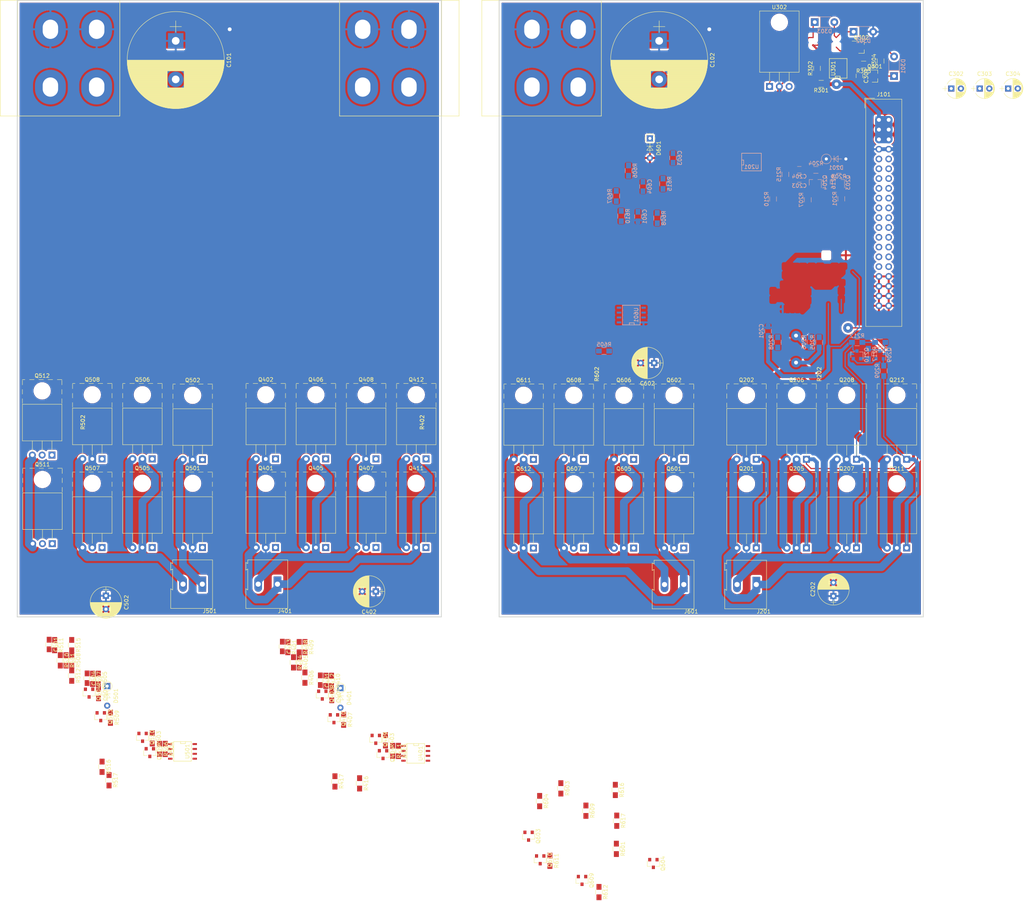
<source format=kicad_pcb>
(kicad_pcb (version 20171130) (host pcbnew 5.1.0)
  (title_block (title motor_driver) (date 2019-04-24) (company ETA))
  (layers (0 F.Cu signal) (31 B.Cu signal) (34 B.Paste user) (35 F.Paste user) (36 B.SilkS user) (37 F.SilkS user) (38 B.Mask user) (39 F.Mask user) (44 Edge.Cuts user))
  (net 0 "")
  (net 1 VCC)
  (net 2 GND)
  (net 3 "Net-(C203-Pad1)")
  (net 4 +5V)
  (net 5 /R_IS_1)
  (net 6 /R_IS_2)
  (net 7 /R_IS_3)
  (net 8 /R_IS_4)
  (net 9 /RPWM_1)
  (net 10 /RPWM_3)
  (net 11 /LPWM_1)
  (net 12 /LPWM_3)
  (net 13 /RPWM_2)
  (net 14 /RPWM_4)
  (net 15 /LPWM_2)
  (net 16 /LPWM_4)
  (net 17 /MotorDriver1/OUT_1)
  (net 18 /MotorDriver1/OUT_2)
  (net 19 /MotorDriver2/OUT_1)
  (net 20 /MotorDriver2/OUT_2)
  (net 21 /MotorDriver3/OUT_2)
  (net 22 /MotorDriver3/OUT_1)
  (net 23 /MotorDrvier4/OUT_2)
  (net 24 /MotorDrvier4/OUT_1)
  (net 25 /MotorDriver1/CW_INT)
  (net 26 "Net-(Q203-Pad3)")
  (net 27 "Net-(Q203-Pad1)")
  (net 28 /MotorDriver1/I_LOW)
  (net 29 /MotorDriver1/CCW_INT)
  (net 30 "Net-(Q209-Pad3)")
  (net 31 "Net-(Q209-Pad1)")
  (net 32 /MotorDriver2/CW_INT)
  (net 33 /MotorDriver2/I_LOW)
  (net 34 /MotorDriver2/CCW_INT)
  (net 35 /MotorDriver3/CW_INT)
  (net 36 /MotorDriver3/I_LOW)
  (net 37 /MotorDriver3/CCW_INT)
  (net 38 /MotorDrvier4/CW_INT)
  (net 39 /MotorDrvier4/I_LOW)
  (net 40 /MotorDrvier4/CCW_INT)
  (net 41 "Net-(R202-Pad3)")
  (net 42 "Net-(R202-Pad2)")
  (net 43 /VCC_2)
  (net 44 "Net-(R205-Pad1)")
  (net 45 "Net-(R206-Pad1)")
  (net 46 "Net-(R208-Pad1)")
  (net 47 "Net-(C403-Pad1)")
  (net 48 "Net-(C503-Pad1)")
  (net 49 "Net-(C603-Pad1)")
  (net 50 "Net-(Q403-Pad1)")
  (net 51 "Net-(Q403-Pad3)")
  (net 52 "Net-(Q409-Pad1)")
  (net 53 "Net-(Q409-Pad3)")
  (net 54 "Net-(Q503-Pad3)")
  (net 55 "Net-(Q503-Pad1)")
  (net 56 "Net-(Q509-Pad3)")
  (net 57 "Net-(Q509-Pad1)")
  (net 58 "Net-(Q603-Pad3)")
  (net 59 "Net-(Q603-Pad1)")
  (net 60 "Net-(Q609-Pad1)")
  (net 61 "Net-(Q609-Pad3)")
  (net 62 "Net-(R402-Pad3)")
  (net 63 "Net-(R402-Pad2)")
  (net 64 "Net-(R405-Pad1)")
  (net 65 "Net-(R406-Pad1)")
  (net 66 "Net-(R408-Pad1)")
  (net 67 "Net-(R502-Pad2)")
  (net 68 "Net-(R502-Pad3)")
  (net 69 "Net-(R505-Pad1)")
  (net 70 "Net-(R506-Pad1)")
  (net 71 "Net-(R508-Pad1)")
  (net 72 "Net-(R602-Pad2)")
  (net 73 "Net-(R602-Pad3)")
  (net 74 "Net-(R605-Pad1)")
  (net 75 "Net-(R606-Pad1)")
  (net 76 "Net-(R608-Pad1)")
  (net 77 "Net-(C301-Pad1)")
  (net 78 "Net-(C302-Pad1)")
  (net 79 "Net-(C302-Pad2)")
  (net 80 "Net-(C303-Pad1)")
  (net 81 "Net-(D301-Pad1)")
  (net 82 "Net-(Q204-Pad1)")
  (net 83 "Net-(Q210-Pad1)")
  (net 84 "Net-(Q301-Pad1)")
  (net 85 "Net-(Q404-Pad1)")
  (net 86 "Net-(Q410-Pad1)")
  (net 87 "Net-(Q504-Pad1)")
  (net 88 "Net-(Q510-Pad1)")
  (net 89 "Net-(Q604-Pad1)")
  (net 90 "Net-(Q610-Pad1)")
  (net 91 "Net-(R301-Pad2)")
  (net 92 "Net-(R303-Pad2)")
  (net 93 "Net-(R215-Pad2)")
  (net 94 "Net-(R415-Pad2)")
  (net 95 "Net-(R515-Pad2)")
  (net 96 "Net-(R615-Pad2)")
  (net 97 "Net-(C304-Pad1)")
  (net 98 /R_EN_1)
  (net 99 /R_EN_3)
  (net 100 /L_EN_1)
  (net 101 /L_EN_3)
  (net 102 /L_IS_1)
  (net 103 /L_IS_3)
  (net 104 /R_EN_2)
  (net 105 /R_EN_4)
  (net 106 /L_EN_2)
  (net 107 /L_EN_4)
  (net 108 /L_IS_2)
  (net 109 /L_IS_4)
  (net 110 "Net-(U301-Pad5)")
  (module Connectors_IDC:IDC-Header_2x20_Pitch2.54mm_Straight (layer F.Cu) (at 303.5 76)
    (fp_text reference J101 (at 1.27 -6.604) (layer F.SilkS))
    (fp_text value "IDE PATA Connector")
    (pad 1 thru_hole rect (at 0 0) (size 1.7272 1.7272) (drill 1.016) (layers *.Cu *.Mask) (net 4 +5V))
    (pad 2 thru_hole oval (at 2.54 0) (size 1.7272 1.7272) (drill 1.016) (layers *.Cu *.Mask) (net 4 +5V))
    (pad 3 thru_hole oval (at 0 2.54) (size 1.7272 1.7272) (drill 1.016) (layers *.Cu *.Mask) (net 4 +5V))
    (pad 4 thru_hole oval (at 2.54 2.54) (size 1.7272 1.7272) (drill 1.016) (layers *.Cu *.Mask) (net 4 +5V))
    (pad 5 thru_hole oval (at 0 5.08) (size 1.7272 1.7272) (drill 1.016) (layers *.Cu *.Mask) (net 4 +5V))
    (pad 6 thru_hole oval (at 2.54 5.08) (size 1.7272 1.7272) (drill 1.016) (layers *.Cu *.Mask) (net 4 +5V))
    (pad 7 thru_hole oval (at 0 7.62) (size 1.7272 1.7272) (drill 1.016) (layers *.Cu *.Mask) (net 1 VCC))
    (pad 8 thru_hole oval (at 2.54 7.62) (size 1.7272 1.7272) (drill 1.016) (layers *.Cu *.Mask) (net 1 VCC))
    (pad 9 thru_hole oval (at 0 10.16) (size 1.7272 1.7272) (drill 1.016) (layers *.Cu *.Mask) (net 9 /RPWM_1))
    (pad 10 thru_hole oval (at 2.54 10.16) (size 1.7272 1.7272) (drill 1.016) (layers *.Cu *.Mask) (net 103 /L_IS_3))
    (pad 11 thru_hole oval (at 0 12.7) (size 1.7272 1.7272) (drill 1.016) (layers *.Cu *.Mask) (net 11 /LPWM_1))
    (pad 12 thru_hole oval (at 2.54 12.7) (size 1.7272 1.7272) (drill 1.016) (layers *.Cu *.Mask) (net 7 /R_IS_3))
    (pad 13 thru_hole oval (at 0 15.24) (size 1.7272 1.7272) (drill 1.016) (layers *.Cu *.Mask) (net 98 /R_EN_1))
    (pad 14 thru_hole oval (at 2.54 15.24) (size 1.7272 1.7272) (drill 1.016) (layers *.Cu *.Mask) (net 101 /L_EN_3))
    (pad 15 thru_hole oval (at 0 17.78) (size 1.7272 1.7272) (drill 1.016) (layers *.Cu *.Mask) (net 100 /L_EN_1))
    (pad 16 thru_hole oval (at 2.54 17.78) (size 1.7272 1.7272) (drill 1.016) (layers *.Cu *.Mask) (net 99 /R_EN_3))
    (pad 17 thru_hole oval (at 0 20.32) (size 1.7272 1.7272) (drill 1.016) (layers *.Cu *.Mask) (net 5 /R_IS_1))
    (pad 18 thru_hole oval (at 2.54 20.32) (size 1.7272 1.7272) (drill 1.016) (layers *.Cu *.Mask) (net 12 /LPWM_3))
    (pad 19 thru_hole oval (at 0 22.86) (size 1.7272 1.7272) (drill 1.016) (layers *.Cu *.Mask) (net 102 /L_IS_1))
    (pad 20 thru_hole oval (at 2.54 22.86) (size 1.7272 1.7272) (drill 1.016) (layers *.Cu *.Mask) (net 10 /RPWM_3))
    (pad 21 thru_hole oval (at 0 25.4) (size 1.7272 1.7272) (drill 1.016) (layers *.Cu *.Mask) (net 13 /RPWM_2))
    (pad 22 thru_hole oval (at 2.54 25.4) (size 1.7272 1.7272) (drill 1.016) (layers *.Cu *.Mask) (net 109 /L_IS_4))
    (pad 23 thru_hole oval (at 0 27.94) (size 1.7272 1.7272) (drill 1.016) (layers *.Cu *.Mask) (net 15 /LPWM_2))
    (pad 24 thru_hole oval (at 2.54 27.94) (size 1.7272 1.7272) (drill 1.016) (layers *.Cu *.Mask) (net 8 /R_IS_4))
    (pad 25 thru_hole oval (at 0 30.48) (size 1.7272 1.7272) (drill 1.016) (layers *.Cu *.Mask) (net 104 /R_EN_2))
    (pad 26 thru_hole oval (at 2.54 30.48) (size 1.7272 1.7272) (drill 1.016) (layers *.Cu *.Mask) (net 107 /L_EN_4))
    (pad 27 thru_hole oval (at 0 33.02) (size 1.7272 1.7272) (drill 1.016) (layers *.Cu *.Mask) (net 106 /L_EN_2))
    (pad 28 thru_hole oval (at 2.54 33.02) (size 1.7272 1.7272) (drill 1.016) (layers *.Cu *.Mask) (net 105 /R_EN_4))
    (pad 29 thru_hole oval (at 0 35.56) (size 1.7272 1.7272) (drill 1.016) (layers *.Cu *.Mask) (net 6 /R_IS_2))
    (pad 30 thru_hole oval (at 2.54 35.56) (size 1.7272 1.7272) (drill 1.016) (layers *.Cu *.Mask) (net 16 /LPWM_4))
    (pad 31 thru_hole oval (at 0 38.1) (size 1.7272 1.7272) (drill 1.016) (layers *.Cu *.Mask) (net 108 /L_IS_2))
    (pad 32 thru_hole oval (at 2.54 38.1) (size 1.7272 1.7272) (drill 1.016) (layers *.Cu *.Mask) (net 14 /RPWM_4))
    (pad 33 thru_hole oval (at 0 40.64) (size 1.7272 1.7272) (drill 1.016) (layers *.Cu *.Mask) (net 2 GND))
    (pad 34 thru_hole oval (at 2.54 40.64) (size 1.7272 1.7272) (drill 1.016) (layers *.Cu *.Mask) (net 2 GND))
    (pad 35 thru_hole oval (at 0 43.18) (size 1.7272 1.7272) (drill 1.016) (layers *.Cu *.Mask) (net 2 GND))
    (pad 36 thru_hole oval (at 2.54 43.18) (size 1.7272 1.7272) (drill 1.016) (layers *.Cu *.Mask) (net 2 GND))
    (pad 37 thru_hole oval (at 0 45.72) (size 1.7272 1.7272) (drill 1.016) (layers *.Cu *.Mask) (net 2 GND))
    (pad 38 thru_hole oval (at 2.54 45.72) (size 1.7272 1.7272) (drill 1.016) (layers *.Cu *.Mask) (net 2 GND))
    (pad 39 thru_hole oval (at 0 48.26) (size 1.7272 1.7272) (drill 1.016) (layers *.Cu *.Mask) (net 2 GND))
    (pad 40 thru_hole oval (at 2.54 48.26) (size 1.7272 1.7272) (drill 1.016) (layers *.Cu *.Mask) (net 2 GND))
  )
  (module footprints:10uOhmShunt (layer F.Cu) (at 224.3 142 90)
    (fp_text reference R602 (at 0 6.0325 90) (layer F.SilkS) (effects (font (thickness 0.17))))
    (fp_text value R_Shunt)
    (fp_poly (pts (xy 9.5 -1.5) (xy 9.5 1.5) (xy 12.5 5) (xy 12.5 -5)) (layer F.Cu) (width 0))
    (fp_poly (pts (xy 3.5 -1.5) (xy 3.5 1.5) (xy 0.5 5) (xy 0.5 -5)) (layer F.Cu) (width 0))
    (fp_poly (pts (xy 3.5 -1.5) (xy 3.5 1.5) (xy 9.5 1.5) (xy 9.5 -1.5)) (layer F.Cu) (width 0))
    (pad 1 smd rect (at 0 0 90) (size 1 10) (layers F.Cu F.Paste F.Mask) (net 39 /MotorDrvier4/I_LOW))
    (pad 4 smd rect (at 13 0 90) (size 1 10) (layers F.Cu F.Paste F.Mask) (net 2 GND))
    (pad 2 smd rect (at 3 0 90) (size 1 1) (layers F.Cu F.Paste F.Mask) (net 72 "Net-(R602-Pad2)"))
    (pad 3 smd rect (at 10 0 90) (size 1 1) (layers F.Cu F.Paste F.Mask) (net 73 "Net-(R602-Pad3)"))
  )
  (module Capacitors_THT:CP_Radial_D25.0mm_P10.00mm_SnapIn (layer F.Cu) (at 121.1 55.5 270)
    (fp_text reference C101 (at 5 -13.81 270) (layer F.SilkS))
    (fp_text value 220m)
    (pad 1 thru_hole rect (at 0 0 270) (size 4 4) (drill 2) (layers *.Cu *.Mask) (net 1 VCC))
    (pad 2 thru_hole circle (at 10 0 270) (size 4 4) (drill 2) (layers *.Cu *.Mask) (net 2 GND))
  )
  (module Capacitors_THT:CP_Radial_D8.0mm_P3.50mm (layer F.Cu) (at 291.7 199.6 90)
    (fp_text reference C202 (at 1.75 -5.31 90) (layer F.SilkS))
    (fp_text value 100m)
    (pad 2 thru_hole circle (at 3.5 0 90) (size 1.6 1.6) (drill 0.8) (layers *.Cu *.Mask) (net 2 GND))
    (pad 1 thru_hole rect (at 0 0 90) (size 1.6 1.6) (drill 0.8) (layers *.Cu *.Mask) (net 1 VCC))
  )
  (module Capacitors_THT:CP_Radial_D8.0mm_P3.50mm (layer F.Cu) (at 173 198.4 180)
    (fp_text reference C402 (at 1.75 -5.31 180) (layer F.SilkS))
    (fp_text value 100m)
    (pad 2 thru_hole circle (at 3.5 0 180) (size 1.6 1.6) (drill 0.8) (layers *.Cu *.Mask) (net 2 GND))
    (pad 1 thru_hole rect (at 0 0 180) (size 1.6 1.6) (drill 0.8) (layers *.Cu *.Mask) (net 1 VCC))
  )
  (module Capacitors_THT:CP_Radial_D8.0mm_P3.50mm (layer F.Cu) (at 103 199.5 270)
    (fp_text reference C502 (at 1.75 -5.31 270) (layer F.SilkS))
    (fp_text value 100m)
    (pad 1 thru_hole rect (at 0 0 270) (size 1.6 1.6) (drill 0.8) (layers *.Cu *.Mask) (net 1 VCC))
    (pad 2 thru_hole circle (at 3.5 0 270) (size 1.6 1.6) (drill 0.8) (layers *.Cu *.Mask) (net 2 GND))
  )
  (module Capacitors_THT:CP_Radial_D8.0mm_P3.50mm (layer F.Cu) (at 245.2 139.1 180)
    (fp_text reference C602 (at 1.75 -5.31 180) (layer F.SilkS))
    (fp_text value 100m)
    (pad 1 thru_hole rect (at 0 0 180) (size 1.6 1.6) (drill 0.8) (layers *.Cu *.Mask) (net 1 VCC))
    (pad 2 thru_hole circle (at 3.5 0 180) (size 1.6 1.6) (drill 0.8) (layers *.Cu *.Mask) (net 2 GND))
  )
  (module Diodes_THT:D_DO-35_SOD27_P5.08mm_Vertical_AnodeUp (layer B.Cu) (at 289.85 86.15)
    (fp_text reference D201 (at 2.54 2.266371) (layer B.SilkS) (effects (justify mirror)))
    (fp_text value 3V3)
    (pad 1 thru_hole rect (at 0 0) (size 1.6 1.6) (drill 0.8) (layers *.Cu *.Mask) (net 5 /R_IS_1))
    (pad 2 thru_hole oval (at 5.08 0) (size 1.6 1.6) (drill 0.8) (layers *.Cu *.Mask) (net 2 GND))
  )
  (module Diodes_THT:D_DO-35_SOD27_P5.08mm_Vertical_AnodeUp (layer F.Cu) (at 163.824999 223.475001 270)
    (fp_text reference D401 (at 2.54 -2.266371 270) (layer F.SilkS))
    (fp_text value 3V3)
    (pad 1 thru_hole rect (at 0 0 270) (size 1.6 1.6) (drill 0.8) (layers *.Cu *.Mask) (net 6 /R_IS_2))
    (pad 2 thru_hole oval (at 5.08 0 270) (size 1.6 1.6) (drill 0.8) (layers *.Cu *.Mask) (net 2 GND))
  )
  (module Diodes_THT:D_DO-35_SOD27_P5.08mm_Vertical_AnodeUp (layer F.Cu) (at 103.334999 222.955001 270)
    (fp_text reference D501 (at 2.54 -2.266371 270) (layer F.SilkS))
    (fp_text value 3V3)
    (pad 2 thru_hole oval (at 5.08 0 270) (size 1.6 1.6) (drill 0.8) (layers *.Cu *.Mask) (net 2 GND))
    (pad 1 thru_hole rect (at 0 0 270) (size 1.6 1.6) (drill 0.8) (layers *.Cu *.Mask) (net 7 /R_IS_3))
  )
  (module Diodes_THT:D_DO-35_SOD27_P5.08mm_Vertical_AnodeUp (layer F.Cu) (at 244.1 80.82 270)
    (fp_text reference D601 (at 2.54 -2.266371 270) (layer F.SilkS))
    (fp_text value 3V3)
    (pad 2 thru_hole oval (at 5.08 0 270) (size 1.6 1.6) (drill 0.8) (layers *.Cu *.Mask) (net 2 GND))
    (pad 1 thru_hole rect (at 0 0 270) (size 1.6 1.6) (drill 0.8) (layers *.Cu *.Mask) (net 8 /R_IS_4))
  )
  (module footprints:TerminalBlock-XXL (layer F.Cu) (at 92.1 60.5)
    (fp_text reference J102 (at -3.5 -7.5) (layer F.SilkS))
    (fp_text value CONN_01X02)
    (pad 1 thru_hole oval (at 8.5 -8 90) (size 9 8) (drill oval 5 4) (layers *.Cu *.Mask) (net 1 VCC))
    (pad 1 thru_hole oval (at -3.5 -8 90) (size 9 8) (drill oval 5 4) (layers *.Cu *.Mask) (net 1 VCC))
    (pad 2 thru_hole oval (at -3.5 7 90) (size 9 8) (drill oval 5 4) (layers *.Cu *.Mask) (net 2 GND))
    (pad 2 thru_hole oval (at 8.5 7 90) (size 9 8) (drill oval 5 4) (layers *.Cu *.Mask) (net 2 GND))
  )
  (module Connectors:AK300-2 (layer F.Cu) (at 271.7 196.6 180)
    (fp_text reference J201 (at -1.92 -6.99 180) (layer F.SilkS))
    (fp_text value CONN_01X02)
    (pad 2 thru_hole oval (at 5 0 180) (size 1.98 3.96) (drill 1.32) (layers *.Cu F.Paste F.Mask) (net 18 /MotorDriver1/OUT_2))
    (pad 1 thru_hole rect (at 0 0 180) (size 1.98 3.96) (drill 1.32) (layers *.Cu F.Paste F.Mask) (net 17 /MotorDriver1/OUT_1))
  )
  (module Connectors:AK300-2 (layer F.Cu) (at 147.5 196.5 180)
    (fp_text reference J401 (at -1.92 -6.99 180) (layer F.SilkS))
    (fp_text value CONN_01X02)
    (pad 1 thru_hole rect (at 0 0 180) (size 1.98 3.96) (drill 1.32) (layers *.Cu F.Paste F.Mask) (net 19 /MotorDriver2/OUT_1))
    (pad 2 thru_hole oval (at 5 0 180) (size 1.98 3.96) (drill 1.32) (layers *.Cu F.Paste F.Mask) (net 20 /MotorDriver2/OUT_2))
  )
  (module Connectors:AK300-2 (layer F.Cu) (at 128 196.5 180)
    (fp_text reference J501 (at -1.92 -6.99 180) (layer F.SilkS))
    (fp_text value CONN_01X02)
    (pad 1 thru_hole rect (at 0 0 180) (size 1.98 3.96) (drill 1.32) (layers *.Cu F.Paste F.Mask) (net 22 /MotorDriver3/OUT_1))
    (pad 2 thru_hole oval (at 5 0 180) (size 1.98 3.96) (drill 1.32) (layers *.Cu F.Paste F.Mask) (net 21 /MotorDriver3/OUT_2))
  )
  (module Connectors:AK300-2 (layer F.Cu) (at 252.886137 196.6 180)
    (fp_text reference J601 (at -1.92 -6.99 180) (layer F.SilkS))
    (fp_text value CONN_01X02)
    (pad 2 thru_hole oval (at 5 0 180) (size 1.98 3.96) (drill 1.32) (layers *.Cu F.Paste F.Mask) (net 23 /MotorDrvier4/OUT_2))
    (pad 1 thru_hole rect (at 0 0 180) (size 1.98 3.96) (drill 1.32) (layers *.Cu F.Paste F.Mask) (net 24 /MotorDrvier4/OUT_1))
  )
  (module TO_SOT_Packages_THT:TO-220-3_Horizontal_Reversed (layer F.Cu) (at 271.7 187.1 180)
    (fp_text reference Q201 (at 2.54 20.58 180) (layer F.SilkS))
    (fp_text value Q_NMOS_GDS)
    (pad 3 thru_hole oval (at 5.08 0 180) (size 1.8 1.8) (drill 1) (layers *.Cu *.Mask) (net 17 /MotorDriver1/OUT_1))
    (pad 2 thru_hole oval (at 2.54 0 180) (size 1.8 1.8) (drill 1) (layers *.Cu *.Mask) (net 1 VCC))
    (pad 1 thru_hole rect (at 0 0 180) (size 1.8 1.8) (drill 1) (layers *.Cu *.Mask) (net 25 /MotorDriver1/CW_INT))
    (pad 0 np_thru_hole oval (at 2.54 16.66 180) (size 3.5 3.5) (drill 3.5) (layers *.Cu *.Mask))
  )
  (module TO_SOT_Packages_THT:TO-220-3_Horizontal_Reversed (layer F.Cu) (at 271.7 164.1 180)
    (fp_text reference Q202 (at 2.54 20.58 180) (layer F.SilkS))
    (fp_text value Q_NMOS_GDS)
    (pad 0 np_thru_hole oval (at 2.54 16.66 180) (size 3.5 3.5) (drill 3.5) (layers *.Cu *.Mask))
    (pad 1 thru_hole rect (at 0 0 180) (size 1.8 1.8) (drill 1) (layers *.Cu *.Mask) (net 25 /MotorDriver1/CW_INT))
    (pad 2 thru_hole oval (at 2.54 0 180) (size 1.8 1.8) (drill 1) (layers *.Cu *.Mask) (net 1 VCC))
    (pad 3 thru_hole oval (at 5.08 0 180) (size 1.8 1.8) (drill 1) (layers *.Cu *.Mask) (net 17 /MotorDriver1/OUT_1))
  )
  (module TO_SOT_Packages_SMD:SOT-23 (layer B.Cu) (at 293 92.25 90)
    (fp_text reference Q203 (at 0 2.5 90) (layer B.SilkS) (effects (justify mirror)))
    (fp_text value Q_NPN_BEC)
    (pad 3 smd rect (at 1 0 90) (size 0.9 0.8) (layers B.Cu B.Paste B.Mask) (net 26 "Net-(Q203-Pad3)"))
    (pad 2 smd rect (at -1 -0.95 90) (size 0.9 0.8) (layers B.Cu B.Paste B.Mask) (net 2 GND))
    (pad 1 smd rect (at -1 0.95 90) (size 0.9 0.8) (layers B.Cu B.Paste B.Mask) (net 27 "Net-(Q203-Pad1)"))
  )
  (module TO_SOT_Packages_SMD:SOT-23 (layer B.Cu) (at 287 92.25 90)
    (fp_text reference Q204 (at 0 2.5 90) (layer B.SilkS) (effects (justify mirror)))
    (fp_text value Q_NPN_BEC)
    (pad 1 smd rect (at -1 0.95 90) (size 0.9 0.8) (layers B.Cu B.Paste B.Mask) (net 82 "Net-(Q204-Pad1)"))
    (pad 2 smd rect (at -1 -0.95 90) (size 0.9 0.8) (layers B.Cu B.Paste B.Mask) (net 2 GND))
    (pad 3 smd rect (at 1 0 90) (size 0.9 0.8) (layers B.Cu B.Paste B.Mask) (net 25 /MotorDriver1/CW_INT))
  )
  (module TO_SOT_Packages_THT:TO-220-3_Horizontal_Reversed (layer F.Cu) (at 284.7 187.1 180)
    (fp_text reference Q205 (at 2.54 20.58 180) (layer F.SilkS))
    (fp_text value Q_NMOS_GDS)
    (pad 3 thru_hole oval (at 5.08 0 180) (size 1.8 1.8) (drill 1) (layers *.Cu *.Mask) (net 28 /MotorDriver1/I_LOW))
    (pad 2 thru_hole oval (at 2.54 0 180) (size 1.8 1.8) (drill 1) (layers *.Cu *.Mask) (net 18 /MotorDriver1/OUT_2))
    (pad 1 thru_hole rect (at 0 0 180) (size 1.8 1.8) (drill 1) (layers *.Cu *.Mask) (net 9 /RPWM_1))
    (pad 0 np_thru_hole oval (at 2.54 16.66 180) (size 3.5 3.5) (drill 3.5) (layers *.Cu *.Mask))
  )
  (module TO_SOT_Packages_THT:TO-220-3_Horizontal_Reversed (layer F.Cu) (at 284.7 164.1 180)
    (fp_text reference Q206 (at 2.54 20.58 180) (layer F.SilkS))
    (fp_text value Q_NMOS_GDS)
    (pad 0 np_thru_hole oval (at 2.54 16.66 180) (size 3.5 3.5) (drill 3.5) (layers *.Cu *.Mask))
    (pad 1 thru_hole rect (at 0 0 180) (size 1.8 1.8) (drill 1) (layers *.Cu *.Mask) (net 9 /RPWM_1))
    (pad 2 thru_hole oval (at 2.54 0 180) (size 1.8 1.8) (drill 1) (layers *.Cu *.Mask) (net 18 /MotorDriver1/OUT_2))
    (pad 3 thru_hole oval (at 5.08 0 180) (size 1.8 1.8) (drill 1) (layers *.Cu *.Mask) (net 28 /MotorDriver1/I_LOW))
  )
  (module TO_SOT_Packages_THT:TO-220-3_Horizontal_Reversed (layer F.Cu) (at 297.7 187.1 180)
    (fp_text reference Q207 (at 2.54 20.58 180) (layer F.SilkS))
    (fp_text value Q_NMOS_GDS)
    (pad 3 thru_hole oval (at 5.08 0 180) (size 1.8 1.8) (drill 1) (layers *.Cu *.Mask) (net 18 /MotorDriver1/OUT_2))
    (pad 2 thru_hole oval (at 2.54 0 180) (size 1.8 1.8) (drill 1) (layers *.Cu *.Mask) (net 1 VCC))
    (pad 1 thru_hole rect (at 0 0 180) (size 1.8 1.8) (drill 1) (layers *.Cu *.Mask) (net 29 /MotorDriver1/CCW_INT))
    (pad 0 np_thru_hole oval (at 2.54 16.66 180) (size 3.5 3.5) (drill 3.5) (layers *.Cu *.Mask))
  )
  (module TO_SOT_Packages_THT:TO-220-3_Horizontal_Reversed (layer F.Cu) (at 297.7 164.1 180)
    (fp_text reference Q208 (at 2.54 20.58 180) (layer F.SilkS))
    (fp_text value Q_NMOS_GDS)
    (pad 0 np_thru_hole oval (at 2.54 16.66 180) (size 3.5 3.5) (drill 3.5) (layers *.Cu *.Mask))
    (pad 1 thru_hole rect (at 0 0 180) (size 1.8 1.8) (drill 1) (layers *.Cu *.Mask) (net 29 /MotorDriver1/CCW_INT))
    (pad 2 thru_hole oval (at 2.54 0 180) (size 1.8 1.8) (drill 1) (layers *.Cu *.Mask) (net 1 VCC))
    (pad 3 thru_hole oval (at 5.08 0 180) (size 1.8 1.8) (drill 1) (layers *.Cu *.Mask) (net 18 /MotorDriver1/OUT_2))
  )
  (module TO_SOT_Packages_SMD:SOT-23 (layer B.Cu) (at 303.7 137 90)
    (fp_text reference Q209 (at 0 2.5 90) (layer B.SilkS) (effects (justify mirror)))
    (fp_text value Q_NPN_BEC)
    (pad 3 smd rect (at 1 0 90) (size 0.9 0.8) (layers B.Cu B.Paste B.Mask) (net 30 "Net-(Q209-Pad3)"))
    (pad 2 smd rect (at -1 -0.95 90) (size 0.9 0.8) (layers B.Cu B.Paste B.Mask) (net 2 GND))
    (pad 1 smd rect (at -1 0.95 90) (size 0.9 0.8) (layers B.Cu B.Paste B.Mask) (net 31 "Net-(Q209-Pad1)"))
  )
  (module TO_SOT_Packages_SMD:SOT-23 (layer B.Cu) (at 297.8 137 90)
    (fp_text reference Q210 (at 0 2.5 90) (layer B.SilkS) (effects (justify mirror)))
    (fp_text value Q_NPN_BEC)
    (pad 3 smd rect (at 1 0 90) (size 0.9 0.8) (layers B.Cu B.Paste B.Mask) (net 29 /MotorDriver1/CCW_INT))
    (pad 2 smd rect (at -1 -0.95 90) (size 0.9 0.8) (layers B.Cu B.Paste B.Mask) (net 2 GND))
    (pad 1 smd rect (at -1 0.95 90) (size 0.9 0.8) (layers B.Cu B.Paste B.Mask) (net 83 "Net-(Q210-Pad1)"))
  )
  (module TO_SOT_Packages_THT:TO-220-3_Horizontal_Reversed (layer F.Cu) (at 310.7 187.1 180)
    (fp_text reference Q211 (at 2.54 20.58 180) (layer F.SilkS))
    (fp_text value Q_NMOS_GDS)
    (pad 3 thru_hole oval (at 5.08 0 180) (size 1.8 1.8) (drill 1) (layers *.Cu *.Mask) (net 28 /MotorDriver1/I_LOW))
    (pad 2 thru_hole oval (at 2.54 0 180) (size 1.8 1.8) (drill 1) (layers *.Cu *.Mask) (net 17 /MotorDriver1/OUT_1))
    (pad 1 thru_hole rect (at 0 0 180) (size 1.8 1.8) (drill 1) (layers *.Cu *.Mask) (net 11 /LPWM_1))
    (pad 0 np_thru_hole oval (at 2.54 16.66 180) (size 3.5 3.5) (drill 3.5) (layers *.Cu *.Mask))
  )
  (module TO_SOT_Packages_THT:TO-220-3_Horizontal_Reversed (layer F.Cu) (at 310.7 164.1 180)
    (fp_text reference Q212 (at 2.54 20.58 180) (layer F.SilkS))
    (fp_text value Q_NMOS_GDS)
    (pad 0 np_thru_hole oval (at 2.54 16.66 180) (size 3.5 3.5) (drill 3.5) (layers *.Cu *.Mask))
    (pad 1 thru_hole rect (at 0 0 180) (size 1.8 1.8) (drill 1) (layers *.Cu *.Mask) (net 11 /LPWM_1))
    (pad 2 thru_hole oval (at 2.54 0 180) (size 1.8 1.8) (drill 1) (layers *.Cu *.Mask) (net 17 /MotorDriver1/OUT_1))
    (pad 3 thru_hole oval (at 5.08 0 180) (size 1.8 1.8) (drill 1) (layers *.Cu *.Mask) (net 28 /MotorDriver1/I_LOW))
  )
  (module TO_SOT_Packages_THT:TO-220-3_Horizontal_Reversed (layer F.Cu) (at 147 187 180)
    (fp_text reference Q401 (at 2.54 20.58 180) (layer F.SilkS))
    (fp_text value Q_NMOS_GDS)
    (pad 3 thru_hole oval (at 5.08 0 180) (size 1.8 1.8) (drill 1) (layers *.Cu *.Mask) (net 19 /MotorDriver2/OUT_1))
    (pad 2 thru_hole oval (at 2.54 0 180) (size 1.8 1.8) (drill 1) (layers *.Cu *.Mask) (net 1 VCC))
    (pad 1 thru_hole rect (at 0 0 180) (size 1.8 1.8) (drill 1) (layers *.Cu *.Mask) (net 32 /MotorDriver2/CW_INT))
    (pad 0 np_thru_hole oval (at 2.54 16.66 180) (size 3.5 3.5) (drill 3.5) (layers *.Cu *.Mask))
  )
  (module TO_SOT_Packages_THT:TO-220-3_Horizontal_Reversed (layer F.Cu) (at 147 164 180)
    (fp_text reference Q402 (at 2.54 20.58 180) (layer F.SilkS))
    (fp_text value Q_NMOS_GDS)
    (pad 0 np_thru_hole oval (at 2.54 16.66 180) (size 3.5 3.5) (drill 3.5) (layers *.Cu *.Mask))
    (pad 1 thru_hole rect (at 0 0 180) (size 1.8 1.8) (drill 1) (layers *.Cu *.Mask) (net 32 /MotorDriver2/CW_INT))
    (pad 2 thru_hole oval (at 2.54 0 180) (size 1.8 1.8) (drill 1) (layers *.Cu *.Mask) (net 1 VCC))
    (pad 3 thru_hole oval (at 5.08 0 180) (size 1.8 1.8) (drill 1) (layers *.Cu *.Mask) (net 19 /MotorDriver2/OUT_1))
  )
  (module TO_SOT_Packages_SMD:SOT-23 (layer F.Cu) (at 159.124999 225.295001 270)
    (fp_text reference Q403 (at 0 -2.5 270) (layer F.SilkS))
    (fp_text value Q_NPN_BEC)
    (pad 1 smd rect (at -1 -0.95 270) (size 0.9 0.8) (layers F.Cu F.Paste F.Mask) (net 50 "Net-(Q403-Pad1)"))
    (pad 2 smd rect (at -1 0.95 270) (size 0.9 0.8) (layers F.Cu F.Paste F.Mask) (net 2 GND))
    (pad 3 smd rect (at 1 0 270) (size 0.9 0.8) (layers F.Cu F.Paste F.Mask) (net 51 "Net-(Q403-Pad3)"))
  )
  (module TO_SOT_Packages_SMD:SOT-23 (layer F.Cu) (at 174.874999 240.735001 270)
    (fp_text reference Q404 (at 0 -2.5 270) (layer F.SilkS))
    (fp_text value Q_NPN_BEC)
    (pad 3 smd rect (at 1 0 270) (size 0.9 0.8) (layers F.Cu F.Paste F.Mask) (net 32 /MotorDriver2/CW_INT))
    (pad 2 smd rect (at -1 0.95 270) (size 0.9 0.8) (layers F.Cu F.Paste F.Mask) (net 2 GND))
    (pad 1 smd rect (at -1 -0.95 270) (size 0.9 0.8) (layers F.Cu F.Paste F.Mask) (net 85 "Net-(Q404-Pad1)"))
  )
  (module TO_SOT_Packages_THT:TO-220-3_Horizontal_Reversed (layer F.Cu) (at 160 187 180)
    (fp_text reference Q405 (at 2.54 20.58 180) (layer F.SilkS))
    (fp_text value Q_NMOS_GDS)
    (pad 3 thru_hole oval (at 5.08 0 180) (size 1.8 1.8) (drill 1) (layers *.Cu *.Mask) (net 33 /MotorDriver2/I_LOW))
    (pad 2 thru_hole oval (at 2.54 0 180) (size 1.8 1.8) (drill 1) (layers *.Cu *.Mask) (net 20 /MotorDriver2/OUT_2))
    (pad 1 thru_hole rect (at 0 0 180) (size 1.8 1.8) (drill 1) (layers *.Cu *.Mask) (net 13 /RPWM_2))
    (pad 0 np_thru_hole oval (at 2.54 16.66 180) (size 3.5 3.5) (drill 3.5) (layers *.Cu *.Mask))
  )
  (module TO_SOT_Packages_THT:TO-220-3_Horizontal_Reversed (layer F.Cu) (at 160 164 180)
    (fp_text reference Q406 (at 2.54 20.58 180) (layer F.SilkS))
    (fp_text value Q_NMOS_GDS)
    (pad 0 np_thru_hole oval (at 2.54 16.66 180) (size 3.5 3.5) (drill 3.5) (layers *.Cu *.Mask))
    (pad 1 thru_hole rect (at 0 0 180) (size 1.8 1.8) (drill 1) (layers *.Cu *.Mask) (net 13 /RPWM_2))
    (pad 2 thru_hole oval (at 2.54 0 180) (size 1.8 1.8) (drill 1) (layers *.Cu *.Mask) (net 20 /MotorDriver2/OUT_2))
    (pad 3 thru_hole oval (at 5.08 0 180) (size 1.8 1.8) (drill 1) (layers *.Cu *.Mask) (net 33 /MotorDriver2/I_LOW))
  )
  (module TO_SOT_Packages_THT:TO-220-3_Horizontal_Reversed (layer F.Cu) (at 173.04 187 180)
    (fp_text reference Q407 (at 2.54 20.58 180) (layer F.SilkS))
    (fp_text value Q_NMOS_GDS)
    (pad 3 thru_hole oval (at 5.08 0 180) (size 1.8 1.8) (drill 1) (layers *.Cu *.Mask) (net 20 /MotorDriver2/OUT_2))
    (pad 2 thru_hole oval (at 2.54 0 180) (size 1.8 1.8) (drill 1) (layers *.Cu *.Mask) (net 1 VCC))
    (pad 1 thru_hole rect (at 0 0 180) (size 1.8 1.8) (drill 1) (layers *.Cu *.Mask) (net 34 /MotorDriver2/CCW_INT))
    (pad 0 np_thru_hole oval (at 2.54 16.66 180) (size 3.5 3.5) (drill 3.5) (layers *.Cu *.Mask))
  )
  (module TO_SOT_Packages_THT:TO-220-3_Horizontal_Reversed (layer F.Cu) (at 173.04 164 180)
    (fp_text reference Q408 (at 2.54 20.58 180) (layer F.SilkS))
    (fp_text value Q_NMOS_GDS)
    (pad 0 np_thru_hole oval (at 2.54 16.66 180) (size 3.5 3.5) (drill 3.5) (layers *.Cu *.Mask))
    (pad 1 thru_hole rect (at 0 0 180) (size 1.8 1.8) (drill 1) (layers *.Cu *.Mask) (net 34 /MotorDriver2/CCW_INT))
    (pad 2 thru_hole oval (at 2.54 0 180) (size 1.8 1.8) (drill 1) (layers *.Cu *.Mask) (net 1 VCC))
    (pad 3 thru_hole oval (at 5.08 0 180) (size 1.8 1.8) (drill 1) (layers *.Cu *.Mask) (net 20 /MotorDriver2/OUT_2))
  )
  (module TO_SOT_Packages_SMD:SOT-23 (layer F.Cu) (at 172.994999 236.775001 270)
    (fp_text reference Q409 (at 0 -2.5 270) (layer F.SilkS))
    (fp_text value Q_NPN_BEC)
    (pad 3 smd rect (at 1 0 270) (size 0.9 0.8) (layers F.Cu F.Paste F.Mask) (net 53 "Net-(Q409-Pad3)"))
    (pad 2 smd rect (at -1 0.95 270) (size 0.9 0.8) (layers F.Cu F.Paste F.Mask) (net 2 GND))
    (pad 1 smd rect (at -1 -0.95 270) (size 0.9 0.8) (layers F.Cu F.Paste F.Mask) (net 52 "Net-(Q409-Pad1)"))
  )
  (module TO_SOT_Packages_SMD:SOT-23 (layer F.Cu) (at 162.144999 231.425001 270)
    (fp_text reference Q410 (at 0 -2.5 270) (layer F.SilkS))
    (fp_text value Q_NPN_BEC)
    (pad 1 smd rect (at -1 -0.95 270) (size 0.9 0.8) (layers F.Cu F.Paste F.Mask) (net 86 "Net-(Q410-Pad1)"))
    (pad 2 smd rect (at -1 0.95 270) (size 0.9 0.8) (layers F.Cu F.Paste F.Mask) (net 2 GND))
    (pad 3 smd rect (at 1 0 270) (size 0.9 0.8) (layers F.Cu F.Paste F.Mask) (net 34 /MotorDriver2/CCW_INT))
  )
  (module TO_SOT_Packages_THT:TO-220-3_Horizontal_Reversed (layer F.Cu) (at 186 187 180)
    (fp_text reference Q411 (at 2.54 20.58 180) (layer F.SilkS))
    (fp_text value Q_NMOS_GDS)
    (pad 3 thru_hole oval (at 5.08 0 180) (size 1.8 1.8) (drill 1) (layers *.Cu *.Mask) (net 33 /MotorDriver2/I_LOW))
    (pad 2 thru_hole oval (at 2.54 0 180) (size 1.8 1.8) (drill 1) (layers *.Cu *.Mask) (net 19 /MotorDriver2/OUT_1))
    (pad 1 thru_hole rect (at 0 0 180) (size 1.8 1.8) (drill 1) (layers *.Cu *.Mask) (net 15 /LPWM_2))
    (pad 0 np_thru_hole oval (at 2.54 16.66 180) (size 3.5 3.5) (drill 3.5) (layers *.Cu *.Mask))
  )
  (module TO_SOT_Packages_THT:TO-220-3_Horizontal_Reversed (layer F.Cu) (at 186.04 164 180)
    (fp_text reference Q412 (at 2.54 20.58 180) (layer F.SilkS))
    (fp_text value Q_NMOS_GDS)
    (pad 0 np_thru_hole oval (at 2.54 16.66 180) (size 3.5 3.5) (drill 3.5) (layers *.Cu *.Mask))
    (pad 1 thru_hole rect (at 0 0 180) (size 1.8 1.8) (drill 1) (layers *.Cu *.Mask) (net 15 /LPWM_2))
    (pad 2 thru_hole oval (at 2.54 0 180) (size 1.8 1.8) (drill 1) (layers *.Cu *.Mask) (net 19 /MotorDriver2/OUT_1))
    (pad 3 thru_hole oval (at 5.08 0 180) (size 1.8 1.8) (drill 1) (layers *.Cu *.Mask) (net 33 /MotorDriver2/I_LOW))
  )
  (module TO_SOT_Packages_THT:TO-220-3_Horizontal_Reversed (layer F.Cu) (at 128.04 187 180)
    (fp_text reference Q501 (at 2.54 20.58 180) (layer F.SilkS))
    (fp_text value Q_NMOS_GDS)
    (pad 3 thru_hole oval (at 5.08 0 180) (size 1.8 1.8) (drill 1) (layers *.Cu *.Mask) (net 22 /MotorDriver3/OUT_1))
    (pad 2 thru_hole oval (at 2.54 0 180) (size 1.8 1.8) (drill 1) (layers *.Cu *.Mask) (net 1 VCC))
    (pad 1 thru_hole rect (at 0 0 180) (size 1.8 1.8) (drill 1) (layers *.Cu *.Mask) (net 35 /MotorDriver3/CW_INT))
    (pad 0 np_thru_hole oval (at 2.54 16.66 180) (size 3.5 3.5) (drill 3.5) (layers *.Cu *.Mask))
  )
  (module TO_SOT_Packages_THT:TO-220-3_Horizontal_Reversed (layer F.Cu) (at 128.04 164.16 180)
    (fp_text reference Q502 (at 2.54 20.58 180) (layer F.SilkS))
    (fp_text value Q_NMOS_GDS)
    (pad 3 thru_hole oval (at 5.08 0 180) (size 1.8 1.8) (drill 1) (layers *.Cu *.Mask) (net 22 /MotorDriver3/OUT_1))
    (pad 2 thru_hole oval (at 2.54 0 180) (size 1.8 1.8) (drill 1) (layers *.Cu *.Mask) (net 1 VCC))
    (pad 1 thru_hole rect (at 0 0 180) (size 1.8 1.8) (drill 1) (layers *.Cu *.Mask) (net 35 /MotorDriver3/CW_INT))
    (pad 0 np_thru_hole oval (at 2.54 16.66 180) (size 3.5 3.5) (drill 3.5) (layers *.Cu *.Mask))
  )
  (module TO_SOT_Packages_SMD:SOT-23 (layer F.Cu) (at 101.654999 230.905001 270)
    (fp_text reference Q503 (at 0 -2.5 270) (layer F.SilkS))
    (fp_text value Q_NPN_BEC)
    (pad 3 smd rect (at 1 0 270) (size 0.9 0.8) (layers F.Cu F.Paste F.Mask) (net 54 "Net-(Q503-Pad3)"))
    (pad 2 smd rect (at -1 0.95 270) (size 0.9 0.8) (layers F.Cu F.Paste F.Mask) (net 2 GND))
    (pad 1 smd rect (at -1 -0.95 270) (size 0.9 0.8) (layers F.Cu F.Paste F.Mask) (net 55 "Net-(Q503-Pad1)"))
  )
  (module TO_SOT_Packages_SMD:SOT-23 (layer F.Cu) (at 98.634999 224.775001 270)
    (fp_text reference Q504 (at 0 -2.5 270) (layer F.SilkS))
    (fp_text value Q_NPN_BEC)
    (pad 1 smd rect (at -1 -0.95 270) (size 0.9 0.8) (layers F.Cu F.Paste F.Mask) (net 87 "Net-(Q504-Pad1)"))
    (pad 2 smd rect (at -1 0.95 270) (size 0.9 0.8) (layers F.Cu F.Paste F.Mask) (net 2 GND))
    (pad 3 smd rect (at 1 0 270) (size 0.9 0.8) (layers F.Cu F.Paste F.Mask) (net 35 /MotorDriver3/CW_INT))
  )
  (module TO_SOT_Packages_THT:TO-220-3_Horizontal_Reversed (layer F.Cu) (at 115 187 180)
    (fp_text reference Q505 (at 2.54 20.58 180) (layer F.SilkS))
    (fp_text value Q_NMOS_GDS)
    (pad 0 np_thru_hole oval (at 2.54 16.66 180) (size 3.5 3.5) (drill 3.5) (layers *.Cu *.Mask))
    (pad 1 thru_hole rect (at 0 0 180) (size 1.8 1.8) (drill 1) (layers *.Cu *.Mask) (net 10 /RPWM_3))
    (pad 2 thru_hole oval (at 2.54 0 180) (size 1.8 1.8) (drill 1) (layers *.Cu *.Mask) (net 21 /MotorDriver3/OUT_2))
    (pad 3 thru_hole oval (at 5.08 0 180) (size 1.8 1.8) (drill 1) (layers *.Cu *.Mask) (net 36 /MotorDriver3/I_LOW))
  )
  (module TO_SOT_Packages_THT:TO-220-3_Horizontal_Reversed (layer F.Cu) (at 115 164 180)
    (fp_text reference Q506 (at 2.54 20.58 180) (layer F.SilkS))
    (fp_text value Q_NMOS_GDS)
    (pad 3 thru_hole oval (at 5.08 0 180) (size 1.8 1.8) (drill 1) (layers *.Cu *.Mask) (net 36 /MotorDriver3/I_LOW))
    (pad 2 thru_hole oval (at 2.54 0 180) (size 1.8 1.8) (drill 1) (layers *.Cu *.Mask) (net 21 /MotorDriver3/OUT_2))
    (pad 1 thru_hole rect (at 0 0 180) (size 1.8 1.8) (drill 1) (layers *.Cu *.Mask) (net 10 /RPWM_3))
    (pad 0 np_thru_hole oval (at 2.54 16.66 180) (size 3.5 3.5) (drill 3.5) (layers *.Cu *.Mask))
  )
  (module TO_SOT_Packages_THT:TO-220-3_Horizontal_Reversed (layer F.Cu) (at 102 187 180)
    (fp_text reference Q507 (at 2.54 20.58 180) (layer F.SilkS))
    (fp_text value Q_NMOS_GDS)
    (pad 0 np_thru_hole oval (at 2.54 16.66 180) (size 3.5 3.5) (drill 3.5) (layers *.Cu *.Mask))
    (pad 1 thru_hole rect (at 0 0 180) (size 1.8 1.8) (drill 1) (layers *.Cu *.Mask) (net 37 /MotorDriver3/CCW_INT))
    (pad 2 thru_hole oval (at 2.54 0 180) (size 1.8 1.8) (drill 1) (layers *.Cu *.Mask) (net 1 VCC))
    (pad 3 thru_hole oval (at 5.08 0 180) (size 1.8 1.8) (drill 1) (layers *.Cu *.Mask) (net 21 /MotorDriver3/OUT_2))
  )
  (module TO_SOT_Packages_THT:TO-220-3_Horizontal_Reversed (layer F.Cu) (at 102 164 180)
    (fp_text reference Q508 (at 2.54 20.58 180) (layer F.SilkS))
    (fp_text value Q_NMOS_GDS)
    (pad 3 thru_hole oval (at 5.08 0 180) (size 1.8 1.8) (drill 1) (layers *.Cu *.Mask) (net 21 /MotorDriver3/OUT_2))
    (pad 2 thru_hole oval (at 2.54 0 180) (size 1.8 1.8) (drill 1) (layers *.Cu *.Mask) (net 1 VCC))
    (pad 1 thru_hole rect (at 0 0 180) (size 1.8 1.8) (drill 1) (layers *.Cu *.Mask) (net 37 /MotorDriver3/CCW_INT))
    (pad 0 np_thru_hole oval (at 2.54 16.66 180) (size 3.5 3.5) (drill 3.5) (layers *.Cu *.Mask))
  )
  (module TO_SOT_Packages_SMD:SOT-23 (layer F.Cu) (at 114.384999 240.215001 270)
    (fp_text reference Q509 (at 0 -2.5 270) (layer F.SilkS))
    (fp_text value Q_NPN_BEC)
    (pad 1 smd rect (at -1 -0.95 270) (size 0.9 0.8) (layers F.Cu F.Paste F.Mask) (net 57 "Net-(Q509-Pad1)"))
    (pad 2 smd rect (at -1 0.95 270) (size 0.9 0.8) (layers F.Cu F.Paste F.Mask) (net 2 GND))
    (pad 3 smd rect (at 1 0 270) (size 0.9 0.8) (layers F.Cu F.Paste F.Mask) (net 56 "Net-(Q509-Pad3)"))
  )
  (module TO_SOT_Packages_SMD:SOT-23 (layer F.Cu) (at 112.504999 236.255001 270)
    (fp_text reference Q510 (at 0 -2.5 270) (layer F.SilkS))
    (fp_text value Q_NPN_BEC)
    (pad 1 smd rect (at -1 -0.95 270) (size 0.9 0.8) (layers F.Cu F.Paste F.Mask) (net 88 "Net-(Q510-Pad1)"))
    (pad 2 smd rect (at -1 0.95 270) (size 0.9 0.8) (layers F.Cu F.Paste F.Mask) (net 2 GND))
    (pad 3 smd rect (at 1 0 270) (size 0.9 0.8) (layers F.Cu F.Paste F.Mask) (net 37 /MotorDriver3/CCW_INT))
  )
  (module TO_SOT_Packages_THT:TO-220-3_Horizontal_Reversed (layer F.Cu) (at 89.08 186 180)
    (fp_text reference Q511 (at 2.54 20.58 180) (layer F.SilkS))
    (fp_text value Q_NMOS_GDS)
    (pad 0 np_thru_hole oval (at 2.54 16.66 180) (size 3.5 3.5) (drill 3.5) (layers *.Cu *.Mask))
    (pad 1 thru_hole rect (at 0 0 180) (size 1.8 1.8) (drill 1) (layers *.Cu *.Mask) (net 12 /LPWM_3))
    (pad 2 thru_hole oval (at 2.54 0 180) (size 1.8 1.8) (drill 1) (layers *.Cu *.Mask) (net 22 /MotorDriver3/OUT_1))
    (pad 3 thru_hole oval (at 5.08 0 180) (size 1.8 1.8) (drill 1) (layers *.Cu *.Mask) (net 36 /MotorDriver3/I_LOW))
  )
  (module TO_SOT_Packages_THT:TO-220-3_Horizontal_Reversed (layer F.Cu) (at 89 163 180)
    (fp_text reference Q512 (at 2.54 20.58 180) (layer F.SilkS))
    (fp_text value Q_NMOS_GDS)
    (pad 3 thru_hole oval (at 5.08 0 180) (size 1.8 1.8) (drill 1) (layers *.Cu *.Mask) (net 36 /MotorDriver3/I_LOW))
    (pad 2 thru_hole oval (at 2.54 0 180) (size 1.8 1.8) (drill 1) (layers *.Cu *.Mask) (net 22 /MotorDriver3/OUT_1))
    (pad 1 thru_hole rect (at 0 0 180) (size 1.8 1.8) (drill 1) (layers *.Cu *.Mask) (net 12 /LPWM_3))
    (pad 0 np_thru_hole oval (at 2.54 16.66 180) (size 3.5 3.5) (drill 3.5) (layers *.Cu *.Mask))
  )
  (module TO_SOT_Packages_THT:TO-220-3_Horizontal_Reversed (layer F.Cu) (at 252.886137 187.133758 180)
    (fp_text reference Q601 (at 2.54 20.58 180) (layer F.SilkS))
    (fp_text value Q_NMOS_GDS)
    (pad 0 np_thru_hole oval (at 2.54 16.66 180) (size 3.5 3.5) (drill 3.5) (layers *.Cu *.Mask))
    (pad 1 thru_hole rect (at 0 0 180) (size 1.8 1.8) (drill 1) (layers *.Cu *.Mask) (net 38 /MotorDrvier4/CW_INT))
    (pad 2 thru_hole oval (at 2.54 0 180) (size 1.8 1.8) (drill 1) (layers *.Cu *.Mask) (net 1 VCC))
    (pad 3 thru_hole oval (at 5.08 0 180) (size 1.8 1.8) (drill 1) (layers *.Cu *.Mask) (net 24 /MotorDrvier4/OUT_1))
  )
  (module TO_SOT_Packages_THT:TO-220-3_Horizontal_Reversed (layer F.Cu) (at 252.886137 164.133758 180)
    (fp_text reference Q602 (at 2.54 20.58 180) (layer F.SilkS))
    (fp_text value Q_NMOS_GDS)
    (pad 0 np_thru_hole oval (at 2.54 16.66 180) (size 3.5 3.5) (drill 3.5) (layers *.Cu *.Mask))
    (pad 1 thru_hole rect (at 0 0 180) (size 1.8 1.8) (drill 1) (layers *.Cu *.Mask) (net 38 /MotorDrvier4/CW_INT))
    (pad 2 thru_hole oval (at 2.54 0 180) (size 1.8 1.8) (drill 1) (layers *.Cu *.Mask) (net 1 VCC))
    (pad 3 thru_hole oval (at 5.08 0 180) (size 1.8 1.8) (drill 1) (layers *.Cu *.Mask) (net 24 /MotorDrvier4/OUT_1))
  )
  (module TO_SOT_Packages_SMD:SOT-23 (layer F.Cu) (at 212.624999 261.915001 270)
    (fp_text reference Q603 (at 0 -2.5 270) (layer F.SilkS))
    (fp_text value Q_NPN_BEC)
    (pad 1 smd rect (at -1 -0.95 270) (size 0.9 0.8) (layers F.Cu F.Paste F.Mask) (net 59 "Net-(Q603-Pad1)"))
    (pad 2 smd rect (at -1 0.95 270) (size 0.9 0.8) (layers F.Cu F.Paste F.Mask) (net 2 GND))
    (pad 3 smd rect (at 1 0 270) (size 0.9 0.8) (layers F.Cu F.Paste F.Mask) (net 58 "Net-(Q603-Pad3)"))
  )
  (module TO_SOT_Packages_SMD:SOT-23 (layer F.Cu) (at 245 269 270)
    (fp_text reference Q604 (at 0 -2.5 270) (layer F.SilkS))
    (fp_text value Q_NPN_BEC)
    (pad 1 smd rect (at -1 -0.95 270) (size 0.9 0.8) (layers F.Cu F.Paste F.Mask) (net 89 "Net-(Q604-Pad1)"))
    (pad 2 smd rect (at -1 0.95 270) (size 0.9 0.8) (layers F.Cu F.Paste F.Mask) (net 2 GND))
    (pad 3 smd rect (at 1 0 270) (size 0.9 0.8) (layers F.Cu F.Paste F.Mask) (net 38 /MotorDrvier4/CW_INT))
  )
  (module TO_SOT_Packages_THT:TO-220-3_Horizontal_Reversed (layer F.Cu) (at 239.886137 187.133758 180)
    (fp_text reference Q605 (at 2.54 20.58 180) (layer F.SilkS))
    (fp_text value Q_NMOS_GDS)
    (pad 3 thru_hole oval (at 5.08 0 180) (size 1.8 1.8) (drill 1) (layers *.Cu *.Mask) (net 39 /MotorDrvier4/I_LOW))
    (pad 2 thru_hole oval (at 2.54 0 180) (size 1.8 1.8) (drill 1) (layers *.Cu *.Mask) (net 23 /MotorDrvier4/OUT_2))
    (pad 1 thru_hole rect (at 0 0 180) (size 1.8 1.8) (drill 1) (layers *.Cu *.Mask) (net 14 /RPWM_4))
    (pad 0 np_thru_hole oval (at 2.54 16.66 180) (size 3.5 3.5) (drill 3.5) (layers *.Cu *.Mask))
  )
  (module TO_SOT_Packages_THT:TO-220-3_Horizontal_Reversed (layer F.Cu) (at 239.886137 164.133758 180)
    (fp_text reference Q606 (at 2.54 20.58 180) (layer F.SilkS))
    (fp_text value Q_NMOS_GDS)
    (pad 3 thru_hole oval (at 5.08 0 180) (size 1.8 1.8) (drill 1) (layers *.Cu *.Mask) (net 39 /MotorDrvier4/I_LOW))
    (pad 2 thru_hole oval (at 2.54 0 180) (size 1.8 1.8) (drill 1) (layers *.Cu *.Mask) (net 23 /MotorDrvier4/OUT_2))
    (pad 1 thru_hole rect (at 0 0 180) (size 1.8 1.8) (drill 1) (layers *.Cu *.Mask) (net 14 /RPWM_4))
    (pad 0 np_thru_hole oval (at 2.54 16.66 180) (size 3.5 3.5) (drill 3.5) (layers *.Cu *.Mask))
  )
  (module TO_SOT_Packages_THT:TO-220-3_Horizontal_Reversed (layer F.Cu) (at 226.886137 187.133758 180)
    (fp_text reference Q607 (at 2.54 20.58 180) (layer F.SilkS))
    (fp_text value Q_NMOS_GDS)
    (pad 0 np_thru_hole oval (at 2.54 16.66 180) (size 3.5 3.5) (drill 3.5) (layers *.Cu *.Mask))
    (pad 1 thru_hole rect (at 0 0 180) (size 1.8 1.8) (drill 1) (layers *.Cu *.Mask) (net 40 /MotorDrvier4/CCW_INT))
    (pad 2 thru_hole oval (at 2.54 0 180) (size 1.8 1.8) (drill 1) (layers *.Cu *.Mask) (net 1 VCC))
    (pad 3 thru_hole oval (at 5.08 0 180) (size 1.8 1.8) (drill 1) (layers *.Cu *.Mask) (net 23 /MotorDrvier4/OUT_2))
  )
  (module TO_SOT_Packages_THT:TO-220-3_Horizontal_Reversed (layer F.Cu) (at 226.886137 164.133758 180)
    (fp_text reference Q608 (at 2.54 20.58 180) (layer F.SilkS))
    (fp_text value Q_NMOS_GDS)
    (pad 0 np_thru_hole oval (at 2.54 16.66 180) (size 3.5 3.5) (drill 3.5) (layers *.Cu *.Mask))
    (pad 1 thru_hole rect (at 0 0 180) (size 1.8 1.8) (drill 1) (layers *.Cu *.Mask) (net 40 /MotorDrvier4/CCW_INT))
    (pad 2 thru_hole oval (at 2.54 0 180) (size 1.8 1.8) (drill 1) (layers *.Cu *.Mask) (net 1 VCC))
    (pad 3 thru_hole oval (at 5.08 0 180) (size 1.8 1.8) (drill 1) (layers *.Cu *.Mask) (net 23 /MotorDrvier4/OUT_2))
  )
  (module TO_SOT_Packages_SMD:SOT-23 (layer F.Cu) (at 226.494999 273.395001 270)
    (fp_text reference Q609 (at 0 -2.5 270) (layer F.SilkS))
    (fp_text value Q_NPN_BEC)
    (pad 3 smd rect (at 1 0 270) (size 0.9 0.8) (layers F.Cu F.Paste F.Mask) (net 61 "Net-(Q609-Pad3)"))
    (pad 2 smd rect (at -1 0.95 270) (size 0.9 0.8) (layers F.Cu F.Paste F.Mask) (net 2 GND))
    (pad 1 smd rect (at -1 -0.95 270) (size 0.9 0.8) (layers F.Cu F.Paste F.Mask) (net 60 "Net-(Q609-Pad1)"))
  )
  (module TO_SOT_Packages_SMD:SOT-23 (layer F.Cu) (at 215.644999 268.045001 270)
    (fp_text reference Q610 (at 0 -2.5 270) (layer F.SilkS))
    (fp_text value Q_NPN_BEC)
    (pad 3 smd rect (at 1 0 270) (size 0.9 0.8) (layers F.Cu F.Paste F.Mask) (net 40 /MotorDrvier4/CCW_INT))
    (pad 2 smd rect (at -1 0.95 270) (size 0.9 0.8) (layers F.Cu F.Paste F.Mask) (net 2 GND))
    (pad 1 smd rect (at -1 -0.95 270) (size 0.9 0.8) (layers F.Cu F.Paste F.Mask) (net 90 "Net-(Q610-Pad1)"))
  )
  (module TO_SOT_Packages_THT:TO-220-3_Horizontal_Reversed (layer F.Cu) (at 213.886137 164.133758 180)
    (fp_text reference Q611 (at 2.54 20.58 180) (layer F.SilkS))
    (fp_text value Q_NMOS_GDS)
    (pad 3 thru_hole oval (at 5.08 0 180) (size 1.8 1.8) (drill 1) (layers *.Cu *.Mask) (net 39 /MotorDrvier4/I_LOW))
    (pad 2 thru_hole oval (at 2.54 0 180) (size 1.8 1.8) (drill 1) (layers *.Cu *.Mask) (net 24 /MotorDrvier4/OUT_1))
    (pad 1 thru_hole rect (at 0 0 180) (size 1.8 1.8) (drill 1) (layers *.Cu *.Mask) (net 16 /LPWM_4))
    (pad 0 np_thru_hole oval (at 2.54 16.66 180) (size 3.5 3.5) (drill 3.5) (layers *.Cu *.Mask))
  )
  (module TO_SOT_Packages_THT:TO-220-3_Horizontal_Reversed (layer F.Cu) (at 213.886137 187.133758 180)
    (fp_text reference Q612 (at 2.54 20.58 180) (layer F.SilkS))
    (fp_text value Q_NMOS_GDS)
    (pad 0 np_thru_hole oval (at 2.54 16.66 180) (size 3.5 3.5) (drill 3.5) (layers *.Cu *.Mask))
    (pad 1 thru_hole rect (at 0 0 180) (size 1.8 1.8) (drill 1) (layers *.Cu *.Mask) (net 16 /LPWM_4))
    (pad 2 thru_hole oval (at 2.54 0 180) (size 1.8 1.8) (drill 1) (layers *.Cu *.Mask) (net 24 /MotorDrvier4/OUT_1))
    (pad 3 thru_hole oval (at 5.08 0 180) (size 1.8 1.8) (drill 1) (layers *.Cu *.Mask) (net 39 /MotorDrvier4/I_LOW))
  )
  (module footprints:10uOhmShunt (layer F.Cu) (at 282 142 90)
    (fp_text reference R202 (at 0 6.0325 90) (layer F.SilkS) (effects (font (thickness 0.17))))
    (fp_text value R_Shunt)
    (fp_poly (pts (xy 3.5 -1.5) (xy 3.5 1.5) (xy 9.5 1.5) (xy 9.5 -1.5)) (layer F.Cu) (width 0))
    (fp_poly (pts (xy 3.5 -1.5) (xy 3.5 1.5) (xy 0.5 5) (xy 0.5 -5)) (layer F.Cu) (width 0))
    (fp_poly (pts (xy 9.5 -1.5) (xy 9.5 1.5) (xy 12.5 5) (xy 12.5 -5)) (layer F.Cu) (width 0))
    (pad 3 smd rect (at 10 0 90) (size 1 1) (layers F.Cu F.Paste F.Mask) (net 41 "Net-(R202-Pad3)"))
    (pad 2 smd rect (at 3 0 90) (size 1 1) (layers F.Cu F.Paste F.Mask) (net 42 "Net-(R202-Pad2)"))
    (pad 4 smd rect (at 13 0 90) (size 1 10) (layers F.Cu F.Paste F.Mask) (net 2 GND))
    (pad 1 smd rect (at 0 0 90) (size 1 10) (layers F.Cu F.Paste F.Mask) (net 28 /MotorDriver1/I_LOW))
  )
  (module footprints:10uOhmShunt (layer F.Cu) (at 179 154.5 90)
    (fp_text reference R402 (at 0 6.0325 90) (layer F.SilkS) (effects (font (thickness 0.17))))
    (fp_text value R_Shunt)
    (fp_poly (pts (xy 3.5 -1.5) (xy 3.5 1.5) (xy 9.5 1.5) (xy 9.5 -1.5)) (layer F.Cu) (width 0))
    (fp_poly (pts (xy 3.5 -1.5) (xy 3.5 1.5) (xy 0.5 5) (xy 0.5 -5)) (layer F.Cu) (width 0))
    (fp_poly (pts (xy 9.5 -1.5) (xy 9.5 1.5) (xy 12.5 5) (xy 12.5 -5)) (layer F.Cu) (width 0))
    (pad 3 smd rect (at 10 0 90) (size 1 1) (layers F.Cu F.Paste F.Mask) (net 62 "Net-(R402-Pad3)"))
    (pad 2 smd rect (at 3 0 90) (size 1 1) (layers F.Cu F.Paste F.Mask) (net 63 "Net-(R402-Pad2)"))
    (pad 4 smd rect (at 13 0 90) (size 1 10) (layers F.Cu F.Paste F.Mask) (net 2 GND))
    (pad 1 smd rect (at 0 0 90) (size 1 10) (layers F.Cu F.Paste F.Mask) (net 33 /MotorDriver2/I_LOW))
  )
  (module footprints:10uOhmShunt (layer F.Cu) (at 91 154.5 90)
    (fp_text reference R502 (at 0 6.0325 90) (layer F.SilkS) (effects (font (thickness 0.17))))
    (fp_text value R_Shunt)
    (fp_poly (pts (xy 9.5 -1.5) (xy 9.5 1.5) (xy 12.5 5) (xy 12.5 -5)) (layer F.Cu) (width 0))
    (fp_poly (pts (xy 3.5 -1.5) (xy 3.5 1.5) (xy 0.5 5) (xy 0.5 -5)) (layer F.Cu) (width 0))
    (fp_poly (pts (xy 3.5 -1.5) (xy 3.5 1.5) (xy 9.5 1.5) (xy 9.5 -1.5)) (layer F.Cu) (width 0))
    (pad 1 smd rect (at 0 0 90) (size 1 10) (layers F.Cu F.Paste F.Mask) (net 36 /MotorDriver3/I_LOW))
    (pad 4 smd rect (at 13 0 90) (size 1 10) (layers F.Cu F.Paste F.Mask) (net 2 GND))
    (pad 2 smd rect (at 3 0 90) (size 1 1) (layers F.Cu F.Paste F.Mask) (net 67 "Net-(R502-Pad2)"))
    (pad 3 smd rect (at 10 0 90) (size 1 1) (layers F.Cu F.Paste F.Mask) (net 68 "Net-(R502-Pad3)"))
  )
  (module SMD_Packages:SOIC-8-N (layer B.Cu) (at 270.45 86.95)
    (fp_text reference U201 (at 0 1.27) (layer B.SilkS) (effects (justify mirror)))
    (fp_text value Opamp_Dual_Generic)
    (pad 1 smd rect (at -1.905 -3.175) (size 0.508 1.143) (layers B.Cu B.Paste B.Mask) (net 93 "Net-(R215-Pad2)"))
    (pad 2 smd rect (at -0.635 -3.175) (size 0.508 1.143) (layers B.Cu B.Paste B.Mask) (net 93 "Net-(R215-Pad2)"))
    (pad 3 smd rect (at 0.635 -3.175) (size 0.508 1.143) (layers B.Cu B.Paste B.Mask) (net 3 "Net-(C203-Pad1)"))
    (pad 4 smd rect (at 1.905 -3.175) (size 0.508 1.143) (layers B.Cu B.Paste B.Mask) (net 2 GND))
    (pad 5 smd rect (at 1.905 3.175) (size 0.508 1.143) (layers B.Cu B.Paste B.Mask) (net 44 "Net-(R205-Pad1)"))
    (pad 6 smd rect (at 0.635 3.175) (size 0.508 1.143) (layers B.Cu B.Paste B.Mask) (net 45 "Net-(R206-Pad1)"))
    (pad 7 smd rect (at -0.635 3.175) (size 0.508 1.143) (layers B.Cu B.Paste B.Mask) (net 46 "Net-(R208-Pad1)"))
    (pad 8 smd rect (at -1.905 3.175) (size 0.508 1.143) (layers B.Cu B.Paste B.Mask) (net 1 VCC))
  )
  (module SMD_Packages:SOIC-8-N (layer F.Cu) (at 183.3535 240.425001 270)
    (fp_text reference U401 (at 0 -1.27 270) (layer F.SilkS))
    (fp_text value Opamp_Dual_Generic)
    (pad 1 smd rect (at -1.905 3.175 270) (size 0.508 1.143) (layers F.Cu F.Paste F.Mask) (net 94 "Net-(R415-Pad2)"))
    (pad 2 smd rect (at -0.635 3.175 270) (size 0.508 1.143) (layers F.Cu F.Paste F.Mask) (net 94 "Net-(R415-Pad2)"))
    (pad 3 smd rect (at 0.635 3.175 270) (size 0.508 1.143) (layers F.Cu F.Paste F.Mask) (net 47 "Net-(C403-Pad1)"))
    (pad 4 smd rect (at 1.905 3.175 270) (size 0.508 1.143) (layers F.Cu F.Paste F.Mask) (net 2 GND))
    (pad 5 smd rect (at 1.905 -3.175 270) (size 0.508 1.143) (layers F.Cu F.Paste F.Mask) (net 64 "Net-(R405-Pad1)"))
    (pad 6 smd rect (at 0.635 -3.175 270) (size 0.508 1.143) (layers F.Cu F.Paste F.Mask) (net 65 "Net-(R406-Pad1)"))
    (pad 7 smd rect (at -0.635 -3.175 270) (size 0.508 1.143) (layers F.Cu F.Paste F.Mask) (net 66 "Net-(R408-Pad1)"))
    (pad 8 smd rect (at -1.905 -3.175 270) (size 0.508 1.143) (layers F.Cu F.Paste F.Mask) (net 1 VCC))
  )
  (module SMD_Packages:SOIC-8-N (layer F.Cu) (at 122.8635 239.905001 270)
    (fp_text reference U501 (at 0 -1.27 270) (layer F.SilkS))
    (fp_text value Opamp_Dual_Generic)
    (pad 8 smd rect (at -1.905 -3.175 270) (size 0.508 1.143) (layers F.Cu F.Paste F.Mask) (net 1 VCC))
    (pad 7 smd rect (at -0.635 -3.175 270) (size 0.508 1.143) (layers F.Cu F.Paste F.Mask) (net 71 "Net-(R508-Pad1)"))
    (pad 6 smd rect (at 0.635 -3.175 270) (size 0.508 1.143) (layers F.Cu F.Paste F.Mask) (net 70 "Net-(R506-Pad1)"))
    (pad 5 smd rect (at 1.905 -3.175 270) (size 0.508 1.143) (layers F.Cu F.Paste F.Mask) (net 69 "Net-(R505-Pad1)"))
    (pad 4 smd rect (at 1.905 3.175 270) (size 0.508 1.143) (layers F.Cu F.Paste F.Mask) (net 2 GND))
    (pad 3 smd rect (at 0.635 3.175 270) (size 0.508 1.143) (layers F.Cu F.Paste F.Mask) (net 48 "Net-(C503-Pad1)"))
    (pad 2 smd rect (at -0.635 3.175 270) (size 0.508 1.143) (layers F.Cu F.Paste F.Mask) (net 95 "Net-(R515-Pad2)"))
    (pad 1 smd rect (at -1.905 3.175 270) (size 0.508 1.143) (layers F.Cu F.Paste F.Mask) (net 95 "Net-(R515-Pad2)"))
  )
  (module SMD_Packages:SOIC-8-N (layer B.Cu) (at 239.275 126.665 90)
    (fp_text reference U601 (at 0 1.27 90) (layer B.SilkS) (effects (justify mirror)))
    (fp_text value Opamp_Dual_Generic)
    (pad 8 smd rect (at -1.905 3.175 90) (size 0.508 1.143) (layers B.Cu B.Paste B.Mask) (net 1 VCC))
    (pad 7 smd rect (at -0.635 3.175 90) (size 0.508 1.143) (layers B.Cu B.Paste B.Mask) (net 76 "Net-(R608-Pad1)"))
    (pad 6 smd rect (at 0.635 3.175 90) (size 0.508 1.143) (layers B.Cu B.Paste B.Mask) (net 75 "Net-(R606-Pad1)"))
    (pad 5 smd rect (at 1.905 3.175 90) (size 0.508 1.143) (layers B.Cu B.Paste B.Mask) (net 74 "Net-(R605-Pad1)"))
    (pad 4 smd rect (at 1.905 -3.175 90) (size 0.508 1.143) (layers B.Cu B.Paste B.Mask) (net 2 GND))
    (pad 3 smd rect (at 0.635 -3.175 90) (size 0.508 1.143) (layers B.Cu B.Paste B.Mask) (net 49 "Net-(C603-Pad1)"))
    (pad 2 smd rect (at -0.635 -3.175 90) (size 0.508 1.143) (layers B.Cu B.Paste B.Mask) (net 96 "Net-(R615-Pad2)"))
    (pad 1 smd rect (at -1.905 -3.175 90) (size 0.508 1.143) (layers B.Cu B.Paste B.Mask) (net 96 "Net-(R615-Pad2)"))
  )
  (module TO_SOT_Packages_SMD:SOT-23_Handsoldering (layer F.Cu) (at 302.436591 64.641931)
    (fp_text reference Q301 (at 0 -2.5) (layer F.SilkS))
    (fp_text value Q_NPN_BEC)
    (pad 1 smd rect (at -1.5 -0.95) (size 1.9 0.8) (layers F.Cu F.Paste F.Mask) (net 84 "Net-(Q301-Pad1)"))
    (pad 2 smd rect (at -1.5 0.95) (size 1.9 0.8) (layers F.Cu F.Paste F.Mask) (net 2 GND))
    (pad 3 smd rect (at 1.5 0) (size 1.9 0.8) (layers F.Cu F.Paste F.Mask) (net 81 "Net-(D301-Pad1)"))
  )
  (module TO_SOT_Packages_SMD:SOT-23_Handsoldering (layer F.Cu) (at 298.936591 57.141931)
    (fp_text reference Q302 (at 0 -2.5) (layer F.SilkS))
    (fp_text value Q_NPN_BEC)
    (pad 3 smd rect (at 1.5 0) (size 1.9 0.8) (layers F.Cu F.Paste F.Mask) (net 1 VCC))
    (pad 2 smd rect (at -1.5 0.95) (size 1.9 0.8) (layers F.Cu F.Paste F.Mask) (net 79 "Net-(C302-Pad2)"))
    (pad 1 smd rect (at -1.5 -0.95) (size 1.9 0.8) (layers F.Cu F.Paste F.Mask) (net 81 "Net-(D301-Pad1)"))
  )
  (module SMD_Packages:SOIC-8-N (layer F.Cu) (at 292.936591 62.641931 90)
    (fp_text reference U301 (at 0 -1.27 90) (layer F.SilkS))
    (fp_text value NE555)
    (pad 8 smd rect (at -1.905 -3.175 90) (size 0.508 1.143) (layers F.Cu F.Paste F.Mask) (net 4 +5V))
    (pad 7 smd rect (at -0.635 -3.175 90) (size 0.508 1.143) (layers F.Cu F.Paste F.Mask) (net 91 "Net-(R301-Pad2)"))
    (pad 6 smd rect (at 0.635 -3.175 90) (size 0.508 1.143) (layers F.Cu F.Paste F.Mask) (net 77 "Net-(C301-Pad1)"))
    (pad 5 smd rect (at 1.905 -3.175 90) (size 0.508 1.143) (layers F.Cu F.Paste F.Mask) (net 110 "Net-(U301-Pad5)"))
    (pad 4 smd rect (at 1.905 3.175 90) (size 0.508 1.143) (layers F.Cu F.Paste F.Mask) (net 4 +5V))
    (pad 3 smd rect (at 0.635 3.175 90) (size 0.508 1.143) (layers F.Cu F.Paste F.Mask) (net 92 "Net-(R303-Pad2)"))
    (pad 2 smd rect (at -0.635 3.175 90) (size 0.508 1.143) (layers F.Cu F.Paste F.Mask) (net 77 "Net-(C301-Pad1)"))
    (pad 1 smd rect (at -1.905 3.175 90) (size 0.508 1.143) (layers F.Cu F.Paste F.Mask) (net 2 GND))
  )
  (module Diodes_THT:D_T-1_P5.08mm_Horizontal (layer B.Cu) (at 307.436591 64.641931 90)
    (fp_text reference D301 (at 2.54 2.36 90) (layer B.SilkS) (effects (justify mirror)))
    (fp_text value D)
    (pad 1 thru_hole rect (at 0 0 90) (size 2 2) (drill 1) (layers *.Cu *.Mask) (net 81 "Net-(D301-Pad1)"))
    (pad 2 thru_hole oval (at 5.08 0 90) (size 2 2) (drill 1) (layers *.Cu *.Mask) (net 79 "Net-(C302-Pad2)"))
  )
  (module Diodes_THT:D_T-1_P5.08mm_Horizontal (layer B.Cu) (at 296.936591 53.141931)
    (fp_text reference D302 (at 2.54 2.36) (layer B.SilkS) (effects (justify mirror)))
    (fp_text value D)
    (pad 2 thru_hole oval (at 5.08 0) (size 2 2) (drill 1) (layers *.Cu *.Mask) (net 1 VCC))
    (pad 1 thru_hole rect (at 0 0) (size 2 2) (drill 1) (layers *.Cu *.Mask) (net 80 "Net-(C303-Pad1)"))
  )
  (module Diodes_THT:D_T-1_P5.08mm_Horizontal (layer B.Cu) (at 286.856591 50.641931)
    (fp_text reference D303 (at 2.54 2.36) (layer B.SilkS) (effects (justify mirror)))
    (fp_text value D)
    (pad 1 thru_hole rect (at 0 0) (size 2 2) (drill 1) (layers *.Cu *.Mask) (net 97 "Net-(C304-Pad1)"))
    (pad 2 thru_hole oval (at 5.08 0) (size 2 2) (drill 1) (layers *.Cu *.Mask) (net 80 "Net-(C303-Pad1)"))
  )
  (module TO_SOT_Packages_THT:TO-220_Horizontal (layer F.Cu) (at 275.136591 67.341931)
    (fp_text reference U302 (at 2.54 -20.58) (layer F.SilkS))
    (fp_text value LM7810ACT)
    (pad None np_thru_hole oval (at 2.54 -16.66) (size 3.5 3.5) (drill 3.5) (layers *.Cu *.Mask))
    (pad 1 thru_hole rect (at 0 0) (size 1.8 1.8) (drill 1) (layers *.Cu *.Mask) (net 97 "Net-(C304-Pad1)"))
    (pad 2 thru_hole oval (at 2.54 0) (size 1.8 1.8) (drill 1) (layers *.Cu *.Mask) (net 1 VCC))
    (pad 3 thru_hole oval (at 5.08 0) (size 1.8 1.8) (drill 1) (layers *.Cu *.Mask) (net 43 /VCC_2))
  )
  (module Capacitors_THT:CP_Radial_D25.0mm_P10.00mm_SnapIn (layer F.Cu) (at 246.5 55.5 270)
    (fp_text reference C102 (at 5 -13.81 270) (layer F.SilkS))
    (fp_text value 220m)
    (pad 1 thru_hole rect (at 0 0 270) (size 4 4) (drill 2) (layers *.Cu *.Mask) (net 1 VCC))
    (pad 2 thru_hole circle (at 10 0 270) (size 4 4) (drill 2) (layers *.Cu *.Mask) (net 2 GND))
  )
  (module footprints:TerminalBlock-XXL (layer F.Cu) (at 217 60.5)
    (fp_text reference J103 (at -3.5 -7.5) (layer F.SilkS))
    (fp_text value CONN_01X02)
    (pad 1 thru_hole oval (at 8.5 -8 90) (size 9 8) (drill oval 5 4) (layers *.Cu *.Mask) (net 1 VCC))
    (pad 1 thru_hole oval (at -3.5 -8 90) (size 9 8) (drill oval 5 4) (layers *.Cu *.Mask) (net 1 VCC))
    (pad 2 thru_hole oval (at -3.5 7 90) (size 9 8) (drill oval 5 4) (layers *.Cu *.Mask) (net 2 GND))
    (pad 2 thru_hole oval (at 8.5 7 90) (size 9 8) (drill oval 5 4) (layers *.Cu *.Mask) (net 2 GND))
  )
  (module footprints:TerminalBlock-XXL (layer F.Cu) (at 178.1 59.5 180)
    (fp_text reference J104 (at -3.5 -7.5 180) (layer F.SilkS))
    (fp_text value CONN_01X02)
    (pad 2 thru_hole oval (at 8.5 7 270) (size 9 8) (drill oval 5 4) (layers *.Cu *.Mask) (net 1 VCC))
    (pad 2 thru_hole oval (at -3.5 7 270) (size 9 8) (drill oval 5 4) (layers *.Cu *.Mask) (net 1 VCC))
    (pad 1 thru_hole oval (at -3.5 -8 270) (size 9 8) (drill oval 5 4) (layers *.Cu *.Mask) (net 2 GND))
    (pad 1 thru_hole oval (at 8.5 -8 270) (size 9 8) (drill oval 5 4) (layers *.Cu *.Mask) (net 2 GND))
  )
  (module Capacitors_SMD:C_0805_HandSoldering (layer B.Cu) (at 274.75 130.85 270)
    (fp_text reference C201 (at 0 1.75 270) (layer B.SilkS) (effects (justify mirror)))
    (fp_text value 10n)
    (pad 2 smd rect (at 1.25 0 270) (size 1.5 1.25) (layers B.Cu B.Paste B.Mask) (net 2 GND))
    (pad 1 smd rect (at -1.25 0 270) (size 1.5 1.25) (layers B.Cu B.Paste B.Mask) (net 1 VCC))
  )
  (module Capacitors_SMD:C_0805_HandSoldering (layer B.Cu) (at 282.85 91.35)
    (fp_text reference C203 (at 0 1.75) (layer B.SilkS) (effects (justify mirror)))
    (fp_text value 100n)
    (pad 1 smd rect (at -1.25 0) (size 1.5 1.25) (layers B.Cu B.Paste B.Mask) (net 3 "Net-(C203-Pad1)"))
    (pad 2 smd rect (at 1.25 0) (size 1.5 1.25) (layers B.Cu B.Paste B.Mask) (net 2 GND))
  )
  (module Capacitors_SMD:C_0805_HandSoldering (layer B.Cu) (at 282.85 88.95)
    (fp_text reference C204 (at 0 1.75) (layer B.SilkS) (effects (justify mirror)))
    (fp_text value 100p)
    (pad 2 smd rect (at 1.25 0) (size 1.5 1.25) (layers B.Cu B.Paste B.Mask) (net 2 GND))
    (pad 1 smd rect (at -1.25 0) (size 1.5 1.25) (layers B.Cu B.Paste B.Mask) (net 3 "Net-(C203-Pad1)"))
  )
  (module Capacitors_SMD:C_0805_HandSoldering (layer F.Cu) (at 298.436591 64.591931 270)
    (fp_text reference C301 (at 0 -1.75 270) (layer F.SilkS))
    (fp_text value 1n)
    (pad 2 smd rect (at 1.25 0 270) (size 1.5 1.25) (layers F.Cu F.Paste F.Mask) (net 2 GND))
    (pad 1 smd rect (at -1.25 0 270) (size 1.5 1.25) (layers F.Cu F.Paste F.Mask) (net 77 "Net-(C301-Pad1)"))
  )
  (module Capacitors_THT:CP_Radial_D5.0mm_P2.50mm (layer F.Cu) (at 322.260001 67.875001)
    (fp_text reference C302 (at 1.25 -3.81) (layer F.SilkS))
    (fp_text value 220u)
    (pad 2 thru_hole circle (at 2.5 0) (size 1.6 1.6) (drill 0.8) (layers *.Cu *.Mask) (net 79 "Net-(C302-Pad2)"))
    (pad 1 thru_hole rect (at 0 0) (size 1.6 1.6) (drill 0.8) (layers *.Cu *.Mask) (net 78 "Net-(C302-Pad1)"))
  )
  (module Capacitors_THT:CP_Radial_D5.0mm_P2.50mm (layer F.Cu) (at 329.640001 67.875001)
    (fp_text reference C303 (at 1.25 -3.81) (layer F.SilkS))
    (fp_text value 220u)
    (pad 1 thru_hole rect (at 0 0) (size 1.6 1.6) (drill 0.8) (layers *.Cu *.Mask) (net 80 "Net-(C303-Pad1)"))
    (pad 2 thru_hole circle (at 2.5 0) (size 1.6 1.6) (drill 0.8) (layers *.Cu *.Mask) (net 78 "Net-(C302-Pad1)"))
  )
  (module Capacitors_THT:CP_Radial_D5.0mm_P2.50mm (layer F.Cu) (at 337.020001 67.875001)
    (fp_text reference C304 (at 1.25 -3.81) (layer F.SilkS))
    (fp_text value 47u)
    (pad 2 thru_hole circle (at 2.5 0) (size 1.6 1.6) (drill 0.8) (layers *.Cu *.Mask) (net 2 GND))
    (pad 1 thru_hole rect (at 0 0) (size 1.6 1.6) (drill 0.8) (layers *.Cu *.Mask) (net 97 "Net-(C304-Pad1)"))
  )
  (module Capacitors_SMD:C_0805_HandSoldering (layer F.Cu) (at 158.614999 221.435001 270)
    (fp_text reference C401 (at 0 -1.75 270) (layer F.SilkS))
    (fp_text value 10n)
    (pad 1 smd rect (at -1.25 0 270) (size 1.5 1.25) (layers F.Cu F.Paste F.Mask) (net 1 VCC))
    (pad 2 smd rect (at 1.25 0 270) (size 1.5 1.25) (layers F.Cu F.Paste F.Mask) (net 2 GND))
  )
  (module Capacitors_SMD:C_0805_HandSoldering (layer F.Cu) (at 148.764999 212.685001 270)
    (fp_text reference C403 (at 0 -1.75 270) (layer F.SilkS))
    (fp_text value 100n)
    (pad 1 smd rect (at -1.25 0 270) (size 1.5 1.25) (layers F.Cu F.Paste F.Mask) (net 47 "Net-(C403-Pad1)"))
    (pad 2 smd rect (at 1.25 0 270) (size 1.5 1.25) (layers F.Cu F.Paste F.Mask) (net 2 GND))
  )
  (module Capacitors_SMD:C_0805_HandSoldering (layer F.Cu) (at 161.574999 225.395001 270)
    (fp_text reference C404 (at 0 -1.75 270) (layer F.SilkS))
    (fp_text value 100p)
    (pad 2 smd rect (at 1.25 0 270) (size 1.5 1.25) (layers F.Cu F.Paste F.Mask) (net 2 GND))
    (pad 1 smd rect (at -1.25 0 270) (size 1.5 1.25) (layers F.Cu F.Paste F.Mask) (net 47 "Net-(C403-Pad1)"))
  )
  (module Capacitors_SMD:C_0805_HandSoldering (layer F.Cu) (at 88.274999 212.165001 270)
    (fp_text reference C501 (at 0 -1.75 270) (layer F.SilkS))
    (fp_text value 10n)
    (pad 2 smd rect (at 1.25 0 270) (size 1.5 1.25) (layers F.Cu F.Paste F.Mask) (net 2 GND))
    (pad 1 smd rect (at -1.25 0 270) (size 1.5 1.25) (layers F.Cu F.Paste F.Mask) (net 1 VCC))
  )
  (module Capacitors_SMD:C_0805_HandSoldering (layer F.Cu) (at 101.084999 224.875001 270)
    (fp_text reference C503 (at 0 -1.75 270) (layer F.SilkS))
    (fp_text value 100n)
    (pad 1 smd rect (at -1.25 0 270) (size 1.5 1.25) (layers F.Cu F.Paste F.Mask) (net 48 "Net-(C503-Pad1)"))
    (pad 2 smd rect (at 1.25 0 270) (size 1.5 1.25) (layers F.Cu F.Paste F.Mask) (net 2 GND))
  )
  (module Capacitors_SMD:C_0805_HandSoldering (layer F.Cu) (at 98.124999 220.915001 270)
    (fp_text reference C504 (at 0 -1.75 270) (layer F.SilkS))
    (fp_text value 100p)
    (pad 2 smd rect (at 1.25 0 270) (size 1.5 1.25) (layers F.Cu F.Paste F.Mask) (net 2 GND))
    (pad 1 smd rect (at -1.25 0 270) (size 1.5 1.25) (layers F.Cu F.Paste F.Mask) (net 48 "Net-(C503-Pad1)"))
  )
  (module Capacitors_SMD:C_0805_HandSoldering (layer B.Cu) (at 241 101.1 90)
    (fp_text reference C601 (at 0 1.75 90) (layer B.SilkS) (effects (justify mirror)))
    (fp_text value 10n)
    (pad 1 smd rect (at -1.25 0 90) (size 1.5 1.25) (layers B.Cu B.Paste B.Mask) (net 1 VCC))
    (pad 2 smd rect (at 1.25 0 90) (size 1.5 1.25) (layers B.Cu B.Paste B.Mask) (net 2 GND))
  )
  (module Capacitors_SMD:C_0805_HandSoldering (layer B.Cu) (at 250.1 85.8876 90)
    (fp_text reference C603 (at 0 1.75 90) (layer B.SilkS) (effects (justify mirror)))
    (fp_text value 100n)
    (pad 2 smd rect (at 1.25 0 90) (size 1.5 1.25) (layers B.Cu B.Paste B.Mask) (net 2 GND))
    (pad 1 smd rect (at -1.25 0 90) (size 1.5 1.25) (layers B.Cu B.Paste B.Mask) (net 49 "Net-(C603-Pad1)"))
  )
  (module Capacitors_SMD:C_0805_HandSoldering (layer B.Cu) (at 242.3 93.3 90)
    (fp_text reference C604 (at 0 1.75 90) (layer B.SilkS) (effects (justify mirror)))
    (fp_text value 100p)
    (pad 1 smd rect (at -1.25 0 90) (size 1.5 1.25) (layers B.Cu B.Paste B.Mask) (net 49 "Net-(C603-Pad1)"))
    (pad 2 smd rect (at 1.25 0 90) (size 1.5 1.25) (layers B.Cu B.Paste B.Mask) (net 2 GND))
  )
  (module Resistors_SMD:R_0805_HandSoldering (layer B.Cu) (at 293.75 96.5 270)
    (fp_text reference R201 (at 0 1.7 270) (layer B.SilkS) (effects (justify mirror)))
    (fp_text value 1k)
    (pad 1 smd rect (at -1.35 0 270) (size 1.5 1.3) (layers B.Cu B.Paste B.Mask) (net 27 "Net-(Q203-Pad1)"))
    (pad 2 smd rect (at 1.35 0 270) (size 1.5 1.3) (layers B.Cu B.Paste B.Mask) (net 9 /RPWM_1))
  )
  (module Resistors_SMD:R_0805_HandSoldering (layer B.Cu) (at 293.1 89)
    (fp_text reference R203 (at 0 1.7) (layer B.SilkS) (effects (justify mirror)))
    (fp_text value 10k)
    (pad 1 smd rect (at -1.35 0) (size 1.5 1.3) (layers B.Cu B.Paste B.Mask) (net 43 /VCC_2))
    (pad 2 smd rect (at 1.35 0) (size 1.5 1.3) (layers B.Cu B.Paste B.Mask) (net 26 "Net-(Q203-Pad3)"))
  )
  (module Resistors_SMD:R_0805_HandSoldering (layer B.Cu) (at 287.15 89 180)
    (fp_text reference R204 (at 0 1.7 180) (layer B.SilkS) (effects (justify mirror)))
    (fp_text value 10k)
    (pad 2 smd rect (at 1.35 0 180) (size 1.5 1.3) (layers B.Cu B.Paste B.Mask) (net 25 /MotorDriver1/CW_INT))
    (pad 1 smd rect (at -1.35 0 180) (size 1.5 1.3) (layers B.Cu B.Paste B.Mask) (net 43 /VCC_2))
  )
  (module Resistors_SMD:R_0805_HandSoldering (layer B.Cu) (at 288 133.75 270)
    (fp_text reference R205 (at 0 1.7 270) (layer B.SilkS) (effects (justify mirror)))
    (fp_text value 1k)
    (pad 1 smd rect (at -1.35 0 270) (size 1.5 1.3) (layers B.Cu B.Paste B.Mask) (net 44 "Net-(R205-Pad1)"))
    (pad 2 smd rect (at 1.35 0 270) (size 1.5 1.3) (layers B.Cu B.Paste B.Mask) (net 42 "Net-(R202-Pad2)"))
  )
  (module Resistors_SMD:R_0805_HandSoldering (layer B.Cu) (at 285.75 133.7 270)
    (fp_text reference R206 (at 0 1.7 270) (layer B.SilkS) (effects (justify mirror)))
    (fp_text value 1k)
    (pad 2 smd rect (at 1.35 0 270) (size 1.5 1.3) (layers B.Cu B.Paste B.Mask) (net 41 "Net-(R202-Pad3)"))
    (pad 1 smd rect (at -1.35 0 270) (size 1.5 1.3) (layers B.Cu B.Paste B.Mask) (net 45 "Net-(R206-Pad1)"))
  )
  (module Resistors_SMD:R_0805_HandSoldering (layer B.Cu) (at 285.05 96.75 270)
    (fp_text reference R207 (at 0 1.7 270) (layer B.SilkS) (effects (justify mirror)))
    (fp_text value 40k)
    (pad 2 smd rect (at 1.35 0 270) (size 1.5 1.3) (layers B.Cu B.Paste B.Mask) (net 44 "Net-(R205-Pad1)"))
    (pad 1 smd rect (at -1.35 0 270) (size 1.5 1.3) (layers B.Cu B.Paste B.Mask) (net 2 GND))
  )
  (module Resistors_SMD:R_0805_HandSoldering (layer B.Cu) (at 277.25 133.75 270)
    (fp_text reference R208 (at 0 1.7 270) (layer B.SilkS) (effects (justify mirror)))
    (fp_text value 40k)
    (pad 2 smd rect (at 1.35 0 270) (size 1.5 1.3) (layers B.Cu B.Paste B.Mask) (net 45 "Net-(R206-Pad1)"))
    (pad 1 smd rect (at -1.35 0 270) (size 1.5 1.3) (layers B.Cu B.Paste B.Mask) (net 46 "Net-(R208-Pad1)"))
  )
  (module Resistors_SMD:R_0805_HandSoldering (layer B.Cu) (at 304.75 141.15 270)
    (fp_text reference R209 (at 0 1.7 270) (layer B.SilkS) (effects (justify mirror)))
    (fp_text value 1k)
    (pad 2 smd rect (at 1.35 0 270) (size 1.5 1.3) (layers B.Cu B.Paste B.Mask) (net 11 /LPWM_1))
    (pad 1 smd rect (at -1.35 0 270) (size 1.5 1.3) (layers B.Cu B.Paste B.Mask) (net 31 "Net-(Q209-Pad1)"))
  )
  (module Resistors_SMD:R_0805_HandSoldering (layer B.Cu) (at 276.05 96.55 270)
    (fp_text reference R210 (at 0 1.7 270) (layer B.SilkS) (effects (justify mirror)))
    (fp_text value 100k)
    (pad 2 smd rect (at 1.35 0 270) (size 1.5 1.3) (layers B.Cu B.Paste B.Mask) (net 46 "Net-(R208-Pad1)"))
    (pad 1 smd rect (at -1.35 0 270) (size 1.5 1.3) (layers B.Cu B.Paste B.Mask) (net 3 "Net-(C203-Pad1)"))
  )
  (module Resistors_SMD:R_0805_HandSoldering (layer B.Cu) (at 303.85 133.75)
    (fp_text reference R211 (at 0 1.7) (layer B.SilkS) (effects (justify mirror)))
    (fp_text value 10k)
    (pad 2 smd rect (at 1.35 0) (size 1.5 1.3) (layers B.Cu B.Paste B.Mask) (net 30 "Net-(Q209-Pad3)"))
    (pad 1 smd rect (at -1.35 0) (size 1.5 1.3) (layers B.Cu B.Paste B.Mask) (net 43 /VCC_2))
  )
  (module Resistors_SMD:R_0805_HandSoldering (layer B.Cu) (at 297.85 133.75 180)
    (fp_text reference R212 (at 0 1.7 180) (layer B.SilkS) (effects (justify mirror)))
    (fp_text value 10k)
    (pad 1 smd rect (at -1.35 0 180) (size 1.5 1.3) (layers B.Cu B.Paste B.Mask) (net 43 /VCC_2))
    (pad 2 smd rect (at 1.35 0 180) (size 1.5 1.3) (layers B.Cu B.Paste B.Mask) (net 29 /MotorDriver1/CCW_INT))
  )
  (module Resistors_SMD:R_0805_HandSoldering (layer B.Cu) (at 279.25 90.15 270)
    (fp_text reference R215 (at 0 1.7 270) (layer B.SilkS) (effects (justify mirror)))
    (fp_text value 220R)
    (pad 1 smd rect (at -1.35 0 270) (size 1.5 1.3) (layers B.Cu B.Paste B.Mask) (net 5 /R_IS_1))
    (pad 2 smd rect (at 1.35 0 270) (size 1.5 1.3) (layers B.Cu B.Paste B.Mask) (net 93 "Net-(R215-Pad2)"))
  )
  (module Resistors_SMD:R_0805_HandSoldering (layer B.Cu) (at 290 92.1 90)
    (fp_text reference R216 (at 0 1.7 90) (layer B.SilkS) (effects (justify mirror)))
    (fp_text value 1k)
    (pad 1 smd rect (at -1.35 0 90) (size 1.5 1.3) (layers B.Cu B.Paste B.Mask) (net 82 "Net-(Q204-Pad1)"))
    (pad 2 smd rect (at 1.35 0 90) (size 1.5 1.3) (layers B.Cu B.Paste B.Mask) (net 26 "Net-(Q203-Pad3)"))
  )
  (module Resistors_SMD:R_0805_HandSoldering (layer B.Cu) (at 300.75 136.75 90)
    (fp_text reference R217 (at 0 1.7 90) (layer B.SilkS) (effects (justify mirror)))
    (fp_text value 1k)
    (pad 2 smd rect (at 1.35 0 90) (size 1.5 1.3) (layers B.Cu B.Paste B.Mask) (net 30 "Net-(Q209-Pad3)"))
    (pad 1 smd rect (at -1.35 0 90) (size 1.5 1.3) (layers B.Cu B.Paste B.Mask) (net 83 "Net-(Q210-Pad1)"))
  )
  (module Resistors_SMD:R_0805_HandSoldering (layer F.Cu) (at 288.536591 66.641931 180)
    (fp_text reference R301 (at 0 -1.7 180) (layer F.SilkS))
    (fp_text value 1k)
    (pad 1 smd rect (at -1.35 0 180) (size 1.5 1.3) (layers F.Cu F.Paste F.Mask) (net 4 +5V))
    (pad 2 smd rect (at 1.35 0 180) (size 1.5 1.3) (layers F.Cu F.Paste F.Mask) (net 91 "Net-(R301-Pad2)"))
  )
  (module Resistors_SMD:R_0805_HandSoldering (layer F.Cu) (at 287.436591 62.641931 90)
    (fp_text reference R302 (at 0 -1.7 90) (layer F.SilkS))
    (fp_text value 150k)
    (pad 2 smd rect (at 1.35 0 90) (size 1.5 1.3) (layers F.Cu F.Paste F.Mask) (net 77 "Net-(C301-Pad1)"))
    (pad 1 smd rect (at -1.35 0 90) (size 1.5 1.3) (layers F.Cu F.Paste F.Mask) (net 91 "Net-(R301-Pad2)"))
  )
  (module Resistors_SMD:R_0805_HandSoldering (layer F.Cu) (at 299.536591 61.641931 180)
    (fp_text reference R303 (at 0 -1.7 180) (layer F.SilkS))
    (fp_text value 1k)
    (pad 1 smd rect (at -1.35 0 180) (size 1.5 1.3) (layers F.Cu F.Paste F.Mask) (net 84 "Net-(Q301-Pad1)"))
    (pad 2 smd rect (at 1.35 0 180) (size 1.5 1.3) (layers F.Cu F.Paste F.Mask) (net 92 "Net-(R303-Pad2)"))
  )
  (module Resistors_SMD:R_0805_HandSoldering (layer F.Cu) (at 303.936591 60.741931 90)
    (fp_text reference R304 (at 0 -1.7 90) (layer F.SilkS))
    (fp_text value 1k)
    (pad 2 smd rect (at 1.35 0 90) (size 1.5 1.3) (layers F.Cu F.Paste F.Mask) (net 1 VCC))
    (pad 1 smd rect (at -1.35 0 90) (size 1.5 1.3) (layers F.Cu F.Paste F.Mask) (net 81 "Net-(D301-Pad1)"))
  )
  (module Resistors_SMD:R_0805_HandSoldering (layer F.Cu) (at 150.179999 212.845001 270)
    (fp_text reference R401 (at 0 -1.7 270) (layer F.SilkS))
    (fp_text value 1k)
    (pad 1 smd rect (at -1.35 0 270) (size 1.5 1.3) (layers F.Cu F.Paste F.Mask) (net 50 "Net-(Q403-Pad1)"))
    (pad 2 smd rect (at 1.35 0 270) (size 1.5 1.3) (layers F.Cu F.Paste F.Mask) (net 13 /RPWM_2))
  )
  (module Resistors_SMD:R_0805_HandSoldering (layer F.Cu) (at 175.509999 237.035001 270)
    (fp_text reference R403 (at 0 -1.7 270) (layer F.SilkS))
    (fp_text value 10k)
    (pad 1 smd rect (at -1.35 0 270) (size 1.5 1.3) (layers F.Cu F.Paste F.Mask) (net 43 /VCC_2))
    (pad 2 smd rect (at 1.35 0 270) (size 1.5 1.3) (layers F.Cu F.Paste F.Mask) (net 51 "Net-(Q403-Pad3)"))
  )
  (module Resistors_SMD:R_0805_HandSoldering (layer F.Cu) (at 151.659999 216.805001 270)
    (fp_text reference R404 (at 0 -1.7 270) (layer F.SilkS))
    (fp_text value 10k)
    (pad 2 smd rect (at 1.35 0 270) (size 1.5 1.3) (layers F.Cu F.Paste F.Mask) (net 32 /MotorDriver2/CW_INT))
    (pad 1 smd rect (at -1.35 0 270) (size 1.5 1.3) (layers F.Cu F.Paste F.Mask) (net 43 /VCC_2))
  )
  (module Resistors_SMD:R_0805_HandSoldering (layer F.Cu) (at 153.139999 216.805001 270)
    (fp_text reference R405 (at 0 -1.7 270) (layer F.SilkS))
    (fp_text value 1k)
    (pad 2 smd rect (at 1.35 0 270) (size 1.5 1.3) (layers F.Cu F.Paste F.Mask) (net 63 "Net-(R402-Pad2)"))
    (pad 1 smd rect (at -1.35 0 270) (size 1.5 1.3) (layers F.Cu F.Paste F.Mask) (net 64 "Net-(R405-Pad1)"))
  )
  (module Resistors_SMD:R_0805_HandSoldering (layer F.Cu) (at 154.619999 220.765001 270)
    (fp_text reference R406 (at 0 -1.7 270) (layer F.SilkS))
    (fp_text value 1k)
    (pad 1 smd rect (at -1.35 0 270) (size 1.5 1.3) (layers F.Cu F.Paste F.Mask) (net 65 "Net-(R406-Pad1)"))
    (pad 2 smd rect (at 1.35 0 270) (size 1.5 1.3) (layers F.Cu F.Paste F.Mask) (net 62 "Net-(R402-Pad3)"))
  )
  (module Resistors_SMD:R_0805_HandSoldering (layer F.Cu) (at 164.659999 231.685001 270)
    (fp_text reference R407 (at 0 -1.7 270) (layer F.SilkS))
    (fp_text value 40k)
    (pad 1 smd rect (at -1.35 0 270) (size 1.5 1.3) (layers F.Cu F.Paste F.Mask) (net 2 GND))
    (pad 2 smd rect (at 1.35 0 270) (size 1.5 1.3) (layers F.Cu F.Paste F.Mask) (net 64 "Net-(R405-Pad1)"))
  )
  (module Resistors_SMD:R_0805_HandSoldering (layer F.Cu) (at 153.139999 212.845001 270)
    (fp_text reference R408 (at 0 -1.7 270) (layer F.SilkS))
    (fp_text value 40k)
    (pad 2 smd rect (at 1.35 0 270) (size 1.5 1.3) (layers F.Cu F.Paste F.Mask) (net 65 "Net-(R406-Pad1)"))
    (pad 1 smd rect (at -1.35 0 270) (size 1.5 1.3) (layers F.Cu F.Paste F.Mask) (net 66 "Net-(R408-Pad1)"))
  )
  (module Resistors_SMD:R_0805_HandSoldering (layer F.Cu) (at 154.619999 212.845001 270)
    (fp_text reference R409 (at 0 -1.7 270) (layer F.SilkS))
    (fp_text value 1k)
    (pad 2 smd rect (at 1.35 0 270) (size 1.5 1.3) (layers F.Cu F.Paste F.Mask) (net 15 /LPWM_2))
    (pad 1 smd rect (at -1.35 0 270) (size 1.5 1.3) (layers F.Cu F.Paste F.Mask) (net 52 "Net-(Q409-Pad1)"))
  )
  (module Resistors_SMD:R_0805_HandSoldering (layer F.Cu) (at 161.509999 221.595001 270)
    (fp_text reference R410 (at 0 -1.7 270) (layer F.SilkS))
    (fp_text value 100k)
    (pad 1 smd rect (at -1.35 0 270) (size 1.5 1.3) (layers F.Cu F.Paste F.Mask) (net 47 "Net-(C403-Pad1)"))
    (pad 2 smd rect (at 1.35 0 270) (size 1.5 1.3) (layers F.Cu F.Paste F.Mask) (net 66 "Net-(R408-Pad1)"))
  )
  (module Resistors_SMD:R_0805_HandSoldering (layer F.Cu) (at 177.389999 239.795001 270)
    (fp_text reference R411 (at 0 -1.7 270) (layer F.SilkS))
    (fp_text value 10k)
    (pad 1 smd rect (at -1.35 0 270) (size 1.5 1.3) (layers F.Cu F.Paste F.Mask) (net 43 /VCC_2))
    (pad 2 smd rect (at 1.35 0 270) (size 1.5 1.3) (layers F.Cu F.Paste F.Mask) (net 53 "Net-(Q409-Pad3)"))
  )
  (module Resistors_SMD:R_0805_HandSoldering (layer F.Cu) (at 160.029999 221.595001 270)
    (fp_text reference R412 (at 0 -1.7 270) (layer F.SilkS))
    (fp_text value 10k)
    (pad 1 smd rect (at -1.35 0 270) (size 1.5 1.3) (layers F.Cu F.Paste F.Mask) (net 43 /VCC_2))
    (pad 2 smd rect (at 1.35 0 270) (size 1.5 1.3) (layers F.Cu F.Paste F.Mask) (net 34 /MotorDriver2/CCW_INT))
  )
  (module Resistors_SMD:R_0805_HandSoldering (layer F.Cu) (at 178.869999 239.795001 270)
    (fp_text reference R415 (at 0 -1.7 270) (layer F.SilkS))
    (fp_text value 220R)
    (pad 2 smd rect (at 1.35 0 270) (size 1.5 1.3) (layers F.Cu F.Paste F.Mask) (net 94 "Net-(R415-Pad2)"))
    (pad 1 smd rect (at -1.35 0 270) (size 1.5 1.3) (layers F.Cu F.Paste F.Mask) (net 6 /R_IS_2))
  )
  (module Resistors_SMD:R_0805_HandSoldering (layer F.Cu) (at 168.8 248.2 270)
    (fp_text reference R416 (at 0 -1.7 270) (layer F.SilkS))
    (fp_text value 1k)
    (pad 1 smd rect (at -1.35 0 270) (size 1.5 1.3) (layers F.Cu F.Paste F.Mask) (net 85 "Net-(Q404-Pad1)"))
    (pad 2 smd rect (at 1.35 0 270) (size 1.5 1.3) (layers F.Cu F.Paste F.Mask) (net 51 "Net-(Q403-Pad3)"))
  )
  (module Resistors_SMD:R_0805_HandSoldering (layer F.Cu) (at 162.4 247.7 270)
    (fp_text reference R417 (at 0 -1.7 270) (layer F.SilkS))
    (fp_text value 1k)
    (pad 2 smd rect (at 1.35 0 270) (size 1.5 1.3) (layers F.Cu F.Paste F.Mask) (net 53 "Net-(Q409-Pad3)"))
    (pad 1 smd rect (at -1.35 0 270) (size 1.5 1.3) (layers F.Cu F.Paste F.Mask) (net 86 "Net-(Q410-Pad1)"))
  )
  (module Resistors_SMD:R_0805_HandSoldering (layer F.Cu) (at 92.649999 216.285001 270)
    (fp_text reference R501 (at 0 -1.7 270) (layer F.SilkS))
    (fp_text value 1k)
    (pad 1 smd rect (at -1.35 0 270) (size 1.5 1.3) (layers F.Cu F.Paste F.Mask) (net 55 "Net-(Q503-Pad1)"))
    (pad 2 smd rect (at 1.35 0 270) (size 1.5 1.3) (layers F.Cu F.Paste F.Mask) (net 10 /RPWM_3))
  )
  (module Resistors_SMD:R_0805_HandSoldering (layer F.Cu) (at 115.019999 236.515001 270)
    (fp_text reference R503 (at 0 -1.7 270) (layer F.SilkS))
    (fp_text value 10k)
    (pad 1 smd rect (at -1.35 0 270) (size 1.5 1.3) (layers F.Cu F.Paste F.Mask) (net 43 /VCC_2))
    (pad 2 smd rect (at 1.35 0 270) (size 1.5 1.3) (layers F.Cu F.Paste F.Mask) (net 54 "Net-(Q503-Pad3)"))
  )
  (module Resistors_SMD:R_0805_HandSoldering (layer F.Cu) (at 118.379999 239.275001 270)
    (fp_text reference R504 (at 0 -1.7 270) (layer F.SilkS))
    (fp_text value 10k)
    (pad 2 smd rect (at 1.35 0 270) (size 1.5 1.3) (layers F.Cu F.Paste F.Mask) (net 35 /MotorDriver3/CW_INT))
    (pad 1 smd rect (at -1.35 0 270) (size 1.5 1.3) (layers F.Cu F.Paste F.Mask) (net 43 /VCC_2))
  )
  (module Resistors_SMD:R_0805_HandSoldering (layer F.Cu) (at 101.019999 221.075001 270)
    (fp_text reference R505 (at 0 -1.7 270) (layer F.SilkS))
    (fp_text value 1k)
    (pad 1 smd rect (at -1.35 0 270) (size 1.5 1.3) (layers F.Cu F.Paste F.Mask) (net 69 "Net-(R505-Pad1)"))
    (pad 2 smd rect (at 1.35 0 270) (size 1.5 1.3) (layers F.Cu F.Paste F.Mask) (net 67 "Net-(R502-Pad2)"))
  )
  (module Resistors_SMD:R_0805_HandSoldering (layer F.Cu) (at 116.899999 239.275001 270)
    (fp_text reference R506 (at 0 -1.7 270) (layer F.SilkS))
    (fp_text value 1k)
    (pad 1 smd rect (at -1.35 0 270) (size 1.5 1.3) (layers F.Cu F.Paste F.Mask) (net 70 "Net-(R506-Pad1)"))
    (pad 2 smd rect (at 1.35 0 270) (size 1.5 1.3) (layers F.Cu F.Paste F.Mask) (net 68 "Net-(R502-Pad3)"))
  )
  (module Resistors_SMD:R_0805_HandSoldering (layer F.Cu) (at 99.539999 221.075001 270)
    (fp_text reference R507 (at 0 -1.7 270) (layer F.SilkS))
    (fp_text value 40k)
    (pad 1 smd rect (at -1.35 0 270) (size 1.5 1.3) (layers F.Cu F.Paste F.Mask) (net 2 GND))
    (pad 2 smd rect (at 1.35 0 270) (size 1.5 1.3) (layers F.Cu F.Paste F.Mask) (net 69 "Net-(R505-Pad1)"))
  )
  (module Resistors_SMD:R_0805_HandSoldering (layer F.Cu) (at 94.129999 216.285001 270)
    (fp_text reference R508 (at 0 -1.7 270) (layer F.SilkS))
    (fp_text value 40k)
    (pad 2 smd rect (at 1.35 0 270) (size 1.5 1.3) (layers F.Cu F.Paste F.Mask) (net 70 "Net-(R506-Pad1)"))
    (pad 1 smd rect (at -1.35 0 270) (size 1.5 1.3) (layers F.Cu F.Paste F.Mask) (net 71 "Net-(R508-Pad1)"))
  )
  (module Resistors_SMD:R_0805_HandSoldering (layer F.Cu) (at 104.169999 231.165001 270)
    (fp_text reference R509 (at 0 -1.7 270) (layer F.SilkS))
    (fp_text value 1k)
    (pad 2 smd rect (at 1.35 0 270) (size 1.5 1.3) (layers F.Cu F.Paste F.Mask) (net 12 /LPWM_3))
    (pad 1 smd rect (at -1.35 0 270) (size 1.5 1.3) (layers F.Cu F.Paste F.Mask) (net 57 "Net-(Q509-Pad1)"))
  )
  (module Resistors_SMD:R_0805_HandSoldering (layer F.Cu) (at 91.169999 216.285001 270)
    (fp_text reference R510 (at 0 -1.7 270) (layer F.SilkS))
    (fp_text value 100k)
    (pad 2 smd rect (at 1.35 0 270) (size 1.5 1.3) (layers F.Cu F.Paste F.Mask) (net 71 "Net-(R508-Pad1)"))
    (pad 1 smd rect (at -1.35 0 270) (size 1.5 1.3) (layers F.Cu F.Paste F.Mask) (net 48 "Net-(C503-Pad1)"))
  )
  (module Resistors_SMD:R_0805_HandSoldering (layer F.Cu) (at 89.689999 212.325001 270)
    (fp_text reference R511 (at 0 -1.7 270) (layer F.SilkS))
    (fp_text value 10k)
    (pad 2 smd rect (at 1.35 0 270) (size 1.5 1.3) (layers F.Cu F.Paste F.Mask) (net 56 "Net-(Q509-Pad3)"))
    (pad 1 smd rect (at -1.35 0 270) (size 1.5 1.3) (layers F.Cu F.Paste F.Mask) (net 43 /VCC_2))
  )
  (module Resistors_SMD:R_0805_HandSoldering (layer F.Cu) (at 94.129999 220.245001 270)
    (fp_text reference R512 (at 0 -1.7 270) (layer F.SilkS))
    (fp_text value 10k)
    (pad 1 smd rect (at -1.35 0 270) (size 1.5 1.3) (layers F.Cu F.Paste F.Mask) (net 43 /VCC_2))
    (pad 2 smd rect (at 1.35 0 270) (size 1.5 1.3) (layers F.Cu F.Paste F.Mask) (net 37 /MotorDriver3/CCW_INT))
  )
  (module Resistors_SMD:R_0805_HandSoldering (layer F.Cu) (at 94.129999 212.325001 270)
    (fp_text reference R515 (at 0 -1.7 270) (layer F.SilkS))
    (fp_text value 220R)
    (pad 1 smd rect (at -1.35 0 270) (size 1.5 1.3) (layers F.Cu F.Paste F.Mask) (net 7 /R_IS_3))
    (pad 2 smd rect (at 1.35 0 270) (size 1.5 1.3) (layers F.Cu F.Paste F.Mask) (net 95 "Net-(R515-Pad2)"))
  )
  (module Resistors_SMD:R_0805_HandSoldering (layer F.Cu) (at 102 243.9 270)
    (fp_text reference R516 (at 0 -1.7 270) (layer F.SilkS))
    (fp_text value 1k)
    (pad 2 smd rect (at 1.35 0 270) (size 1.5 1.3) (layers F.Cu F.Paste F.Mask) (net 54 "Net-(Q503-Pad3)"))
    (pad 1 smd rect (at -1.35 0 270) (size 1.5 1.3) (layers F.Cu F.Paste F.Mask) (net 87 "Net-(Q504-Pad1)"))
  )
  (module Resistors_SMD:R_0805_HandSoldering (layer F.Cu) (at 103.810001 247.4 270)
    (fp_text reference R517 (at 0 -1.7 270) (layer F.SilkS))
    (fp_text value 1k)
    (pad 1 smd rect (at -1.35 0 270) (size 1.5 1.3) (layers F.Cu F.Paste F.Mask) (net 88 "Net-(Q510-Pad1)"))
    (pad 2 smd rect (at 1.35 0 270) (size 1.5 1.3) (layers F.Cu F.Paste F.Mask) (net 56 "Net-(Q509-Pad3)"))
  )
  (module Resistors_SMD:R_0805_HandSoldering (layer F.Cu) (at 235.4 265.2 270)
    (fp_text reference R601 (at 0 -1.7 270) (layer F.SilkS))
    (fp_text value 1k)
    (pad 1 smd rect (at -1.35 0 270) (size 1.5 1.3) (layers F.Cu F.Paste F.Mask) (net 59 "Net-(Q603-Pad1)"))
    (pad 2 smd rect (at 1.35 0 270) (size 1.5 1.3) (layers F.Cu F.Paste F.Mask) (net 14 /RPWM_4))
  )
  (module Resistors_SMD:R_0805_HandSoldering (layer F.Cu) (at 221 249.5 270)
    (fp_text reference R603 (at 0 -1.7 270) (layer F.SilkS))
    (fp_text value 10k)
    (pad 2 smd rect (at 1.35 0 270) (size 1.5 1.3) (layers F.Cu F.Paste F.Mask) (net 58 "Net-(Q603-Pad3)"))
    (pad 1 smd rect (at -1.35 0 270) (size 1.5 1.3) (layers F.Cu F.Paste F.Mask) (net 43 /VCC_2))
  )
  (module Resistors_SMD:R_0805_HandSoldering (layer F.Cu) (at 215.5 252.8 270)
    (fp_text reference R604 (at 0 -1.7 270) (layer F.SilkS))
    (fp_text value 10k)
    (pad 1 smd rect (at -1.35 0 270) (size 1.5 1.3) (layers F.Cu F.Paste F.Mask) (net 43 /VCC_2))
    (pad 2 smd rect (at 1.35 0 270) (size 1.5 1.3) (layers F.Cu F.Paste F.Mask) (net 38 /MotorDrvier4/CW_INT))
  )
  (module Resistors_SMD:R_0805_HandSoldering (layer B.Cu) (at 232.2 136 180)
    (fp_text reference R605 (at 0 1.7 180) (layer B.SilkS) (effects (justify mirror)))
    (fp_text value 1k)
    (pad 1 smd rect (at -1.35 0 180) (size 1.5 1.3) (layers B.Cu B.Paste B.Mask) (net 74 "Net-(R605-Pad1)"))
    (pad 2 smd rect (at 1.35 0 180) (size 1.5 1.3) (layers B.Cu B.Paste B.Mask) (net 72 "Net-(R602-Pad2)"))
  )
  (module Resistors_SMD:R_0805_HandSoldering (layer B.Cu) (at 238.562337 89.173872 90)
    (fp_text reference R606 (at 0 1.7 90) (layer B.SilkS) (effects (justify mirror)))
    (fp_text value 1k)
    (pad 1 smd rect (at -1.35 0 90) (size 1.5 1.3) (layers B.Cu B.Paste B.Mask) (net 75 "Net-(R606-Pad1)"))
    (pad 2 smd rect (at 1.35 0 90) (size 1.5 1.3) (layers B.Cu B.Paste B.Mask) (net 73 "Net-(R602-Pad3)"))
  )
  (module Resistors_SMD:R_0805_HandSoldering (layer B.Cu) (at 235.362337 95.773872 270)
    (fp_text reference R607 (at 0 1.7 270) (layer B.SilkS) (effects (justify mirror)))
    (fp_text value 40k)
    (pad 2 smd rect (at 1.35 0 270) (size 1.5 1.3) (layers B.Cu B.Paste B.Mask) (net 74 "Net-(R605-Pad1)"))
    (pad 1 smd rect (at -1.35 0 270) (size 1.5 1.3) (layers B.Cu B.Paste B.Mask) (net 2 GND))
  )
  (module Resistors_SMD:R_0805_HandSoldering (layer B.Cu) (at 246 101.5 90)
    (fp_text reference R608 (at 0 1.7 90) (layer B.SilkS) (effects (justify mirror)))
    (fp_text value 40k)
    (pad 2 smd rect (at 1.35 0 90) (size 1.5 1.3) (layers B.Cu B.Paste B.Mask) (net 75 "Net-(R606-Pad1)"))
    (pad 1 smd rect (at -1.35 0 90) (size 1.5 1.3) (layers B.Cu B.Paste B.Mask) (net 76 "Net-(R608-Pad1)"))
  )
  (module Resistors_SMD:R_0805_HandSoldering (layer F.Cu) (at 227.5 255.3 270)
    (fp_text reference R609 (at 0 -1.7 270) (layer F.SilkS))
    (fp_text value 1k)
    (pad 2 smd rect (at 1.35 0 270) (size 1.5 1.3) (layers F.Cu F.Paste F.Mask) (net 16 /LPWM_4))
    (pad 1 smd rect (at -1.35 0 270) (size 1.5 1.3) (layers F.Cu F.Paste F.Mask) (net 60 "Net-(Q609-Pad1)"))
  )
  (module Resistors_SMD:R_0805_HandSoldering (layer B.Cu) (at 236.662337 100.973872 90)
    (fp_text reference R610 (at 0 1.7 90) (layer B.SilkS) (effects (justify mirror)))
    (fp_text value 100k)
    (pad 2 smd rect (at 1.35 0 90) (size 1.5 1.3) (layers B.Cu B.Paste B.Mask) (net 76 "Net-(R608-Pad1)"))
    (pad 1 smd rect (at -1.35 0 90) (size 1.5 1.3) (layers B.Cu B.Paste B.Mask) (net 49 "Net-(C603-Pad1)"))
  )
  (module Resistors_SMD:R_0805_HandSoldering (layer F.Cu) (at 218.159999 268.305001 270)
    (fp_text reference R611 (at 0 -1.7 270) (layer F.SilkS))
    (fp_text value 10k)
    (pad 2 smd rect (at 1.35 0 270) (size 1.5 1.3) (layers F.Cu F.Paste F.Mask) (net 61 "Net-(Q609-Pad3)"))
    (pad 1 smd rect (at -1.35 0 270) (size 1.5 1.3) (layers F.Cu F.Paste F.Mask) (net 43 /VCC_2))
  )
  (module Resistors_SMD:R_0805_HandSoldering (layer F.Cu) (at 230.889999 276.415001 270)
    (fp_text reference R612 (at 0 -1.7 270) (layer F.SilkS))
    (fp_text value 10k)
    (pad 2 smd rect (at 1.35 0 270) (size 1.5 1.3) (layers F.Cu F.Paste F.Mask) (net 40 /MotorDrvier4/CCW_INT))
    (pad 1 smd rect (at -1.35 0 270) (size 1.5 1.3) (layers F.Cu F.Paste F.Mask) (net 43 /VCC_2))
  )
  (module Resistors_SMD:R_0805_HandSoldering (layer B.Cu) (at 247.5 92.5876 90)
    (fp_text reference R615 (at 0 1.7 90) (layer B.SilkS) (effects (justify mirror)))
    (fp_text value 220R)
    (pad 1 smd rect (at -1.35 0 90) (size 1.5 1.3) (layers B.Cu B.Paste B.Mask) (net 8 /R_IS_4))
    (pad 2 smd rect (at 1.35 0 90) (size 1.5 1.3) (layers B.Cu B.Paste B.Mask) (net 96 "Net-(R615-Pad2)"))
  )
  (module Resistors_SMD:R_0805_HandSoldering (layer F.Cu) (at 235.131351 249.914462 270)
    (fp_text reference R616 (at 0 -1.7 270) (layer F.SilkS))
    (fp_text value 1k)
    (pad 2 smd rect (at 1.35 0 270) (size 1.5 1.3) (layers F.Cu F.Paste F.Mask) (net 58 "Net-(Q603-Pad3)"))
    (pad 1 smd rect (at -1.35 0 270) (size 1.5 1.3) (layers F.Cu F.Paste F.Mask) (net 89 "Net-(Q604-Pad1)"))
  )
  (module Resistors_SMD:R_0805_HandSoldering (layer F.Cu) (at 235.5 257.9 270)
    (fp_text reference R617 (at 0 -1.7 270) (layer F.SilkS))
    (fp_text value 1k)
    (pad 1 smd rect (at -1.35 0 270) (size 1.5 1.3) (layers F.Cu F.Paste F.Mask) (net 90 "Net-(Q610-Pad1)"))
    (pad 2 smd rect (at 1.35 0 270) (size 1.5 1.3) (layers F.Cu F.Paste F.Mask) (net 61 "Net-(Q609-Pad3)"))
  )
  (gr_line (start 315 205) (end 315 45) (layer Edge.Cuts) (width 0.2))
  (gr_line (start 315 205) (end 205 205) (layer Edge.Cuts) (width 0.2))
  (gr_line (start 315 45) (end 205 45) (layer Edge.Cuts) (width 0.2))
  (gr_line (start 205 45) (end 205 205) (layer Edge.Cuts) (width 0.2))
  (gr_line (start 190 45) (end 80 45) (layer Edge.Cuts) (width 0.2))
  (gr_line (start 190 45) (end 190 205) (layer Edge.Cuts) (width 0.2))
  (gr_line (start 190 205) (end 80 205) (layer Edge.Cuts) (width 0.2))
  (gr_line (start 80 45) (end 80 205) (layer Edge.Cuts) (width 0.2))
  (segment (start 253.596138 172.033759) (end 253.596138 168.843759) (width 2) (layer B.Cu) (net 1))
  (segment (start 250.346137 187.133758) (end 250.346137 175.28376) (width 2) (layer B.Cu) (net 1))
  (segment (start 250.346137 175.28376) (end 253.596138 172.033759) (width 2) (layer B.Cu) (net 1))
  (segment (start 250.346137 165.593758) (end 250.346137 164.133758) (width 2) (layer B.Cu) (net 1))
  (segment (start 253.596138 168.843759) (end 250.346137 165.593758) (width 2) (layer B.Cu) (net 1))
  (segment (start 227.596138 172.033759) (end 227.596138 168.843759) (width 2) (layer B.Cu) (net 1))
  (segment (start 224.346137 187.133758) (end 224.346137 175.28376) (width 2) (layer B.Cu) (net 1))
  (segment (start 224.346137 175.28376) (end 227.596138 172.033759) (width 2) (layer B.Cu) (net 1))
  (segment (start 224.346137 165.593758) (end 224.346137 164.133758) (width 2) (layer B.Cu) (net 1))
  (segment (start 227.596138 168.843759) (end 224.346137 165.593758) (width 2) (layer B.Cu) (net 1))
  (segment (start 250.346137 162.860966) (end 248.618929 161.133758) (width 2) (layer B.Cu) (net 1))
  (segment (start 250.346137 164.133758) (end 250.346137 162.860966) (width 2) (layer B.Cu) (net 1))
  (segment (start 224.346137 162.173756) (end 225.386135 161.133758) (width 2) (layer B.Cu) (net 1))
  (segment (start 224.346137 164.133758) (end 224.346137 162.173756) (width 2) (layer B.Cu) (net 1))
  (segment (start 147.710001 171.900001) (end 147.710001 168.710001) (width 2) (layer B.Cu) (net 1))
  (segment (start 144.46 187) (end 144.46 175.150002) (width 2) (layer B.Cu) (net 1))
  (segment (start 144.46 175.150002) (end 147.710001 171.900001) (width 2) (layer B.Cu) (net 1))
  (segment (start 144.46 165.46) (end 144.46 164) (width 2) (layer B.Cu) (net 1))
  (segment (start 147.710001 168.710001) (end 144.46 165.46) (width 2) (layer B.Cu) (net 1))
  (segment (start 170.5 165.529998) (end 170.5 164) (width 2) (layer B.Cu) (net 1))
  (segment (start 173.750001 168.779999) (end 170.5 165.529998) (width 2) (layer B.Cu) (net 1))
  (segment (start 173.750001 171.900001) (end 173.750001 168.779999) (width 2) (layer B.Cu) (net 1))
  (segment (start 170.5 175.150002) (end 173.750001 171.900001) (width 2) (layer B.Cu) (net 1))
  (segment (start 170.5 187) (end 170.5 175.150002) (width 2) (layer B.Cu) (net 1))
  (segment (start 170.5 162.727208) (end 169.272792 161.5) (width 2) (layer B.Cu) (net 1))
  (segment (start 170.5 164) (end 170.5 162.727208) (width 2) (layer B.Cu) (net 1))
  (segment (start 144.46 162.039998) (end 144.46 164) (width 2) (layer B.Cu) (net 1))
  (segment (start 144.999998 161.5) (end 144.46 162.039998) (width 2) (layer B.Cu) (net 1))
  (segment (start 99.46 162.039998) (end 99.999998 161.5) (width 2) (layer B.Cu) (net 1))
  (segment (start 99.46 164) (end 99.46 162.039998) (width 2) (layer B.Cu) (net 1))
  (segment (start 125.5 162.887208) (end 125.5 164.16) (width 2) (layer B.Cu) (net 1))
  (segment (start 124.112792 161.5) (end 125.5 162.887208) (width 2) (layer B.Cu) (net 1))
  (segment (start 128.750001 171.900001) (end 128.750001 168.779999) (width 2) (layer B.Cu) (net 1))
  (segment (start 125.5 187) (end 125.5 175.150002) (width 2) (layer B.Cu) (net 1))
  (segment (start 125.5 175.150002) (end 128.750001 171.900001) (width 2) (layer B.Cu) (net 1))
  (segment (start 128.750001 168.779999) (end 126.530003 166.560001) (width 2) (layer B.Cu) (net 1))
  (segment (start 125.5 166.120002) (end 125.5 164.16) (width 2) (layer B.Cu) (net 1))
  (segment (start 125.939999 166.560001) (end 125.5 166.120002) (width 2) (layer B.Cu) (net 1))
  (segment (start 126.530003 166.560001) (end 125.939999 166.560001) (width 2) (layer B.Cu) (net 1))
  (segment (start 99.46 165.529998) (end 99.46 164) (width 2) (layer B.Cu) (net 1))
  (segment (start 102.710001 168.779999) (end 99.46 165.529998) (width 2) (layer B.Cu) (net 1))
  (segment (start 102.710001 171.900001) (end 102.710001 168.779999) (width 2) (layer B.Cu) (net 1))
  (segment (start 99.46 175.150002) (end 102.710001 171.900001) (width 2) (layer B.Cu) (net 1))
  (segment (start 99.46 187) (end 99.46 175.150002) (width 2) (layer B.Cu) (net 1))
  (segment (start 295.120009 164.060009) (end 295.16 164.1) (width 2) (layer B.Cu) (net 1))
  (segment (start 295.120009 163.064461) (end 295.120009 164.060009) (width 2) (layer B.Cu) (net 1))
  (segment (start 293.655539 161.599991) (end 295.120009 163.064461) (width 2) (layer B.Cu) (net 1))
  (segment (start 278.584461 161.599991) (end 293.655539 161.599991) (width 2) (layer B.Cu) (net 1))
  (segment (start 278.484453 161.699999) (end 278.584461 161.599991) (width 2) (layer B.Cu) (net 1))
  (segment (start 269.599999 161.699999) (end 278.484453 161.699999) (width 2) (layer B.Cu) (net 1))
  (segment (start 269.16 162.139998) (end 269.599999 161.699999) (width 2) (layer B.Cu) (net 1))
  (segment (start 269.16 164.1) (end 269.16 162.139998) (width 2) (layer B.Cu) (net 1))
  (segment (start 304.602378 57.141931) (end 304.936591 57.141931) (width 0.3) (layer F.Cu) (net 1))
  (segment (start 302.016591 54.556144) (end 304.602378 57.141931) (width 0.3) (layer F.Cu) (net 1))
  (segment (start 302.016591 53.141931) (end 302.016591 54.556144) (width 0.3) (layer F.Cu) (net 1))
  (segment (start 300.436591 57.141931) (end 304.936591 57.141931) (width 0.3) (layer F.Cu) (net 1))
  (segment (start 306.256592 61.211932) (end 304.686591 59.641931) (width 0.3) (layer F.Cu) (net 1))
  (segment (start 309.086592 60.353932) (end 308.228592 61.211932) (width 0.3) (layer F.Cu) (net 1))
  (segment (start 308.228592 61.211932) (end 306.256592 61.211932) (width 0.3) (layer F.Cu) (net 1))
  (segment (start 309.086592 58.76993) (end 309.086592 60.353932) (width 0.3) (layer F.Cu) (net 1))
  (segment (start 307.458593 57.141931) (end 309.086592 58.76993) (width 0.3) (layer F.Cu) (net 1))
  (segment (start 304.936591 57.141931) (end 307.458593 57.141931) (width 0.3) (layer F.Cu) (net 1))
  (segment (start 304.686591 59.641931) (end 303.936591 59.641931) (width 0.3) (layer F.Cu) (net 1))
  (segment (start 88.6 52.5) (end 100.6 52.5) (width 10) (layer F.Cu) (net 1))
  (segment (start 100.6 52.5) (end 135.1 52.5) (width 10) (layer F.Cu) (net 1))
  (segment (start 135.1 52.5) (end 181.6 52.5) (width 10) (layer F.Cu) (net 1))
  (via (at 135.1 52.5) (size 2.5) (drill 1) (layers F.Cu B.Cu) (net 1))
  (segment (start 144.6 157) (end 121.6 157) (width 5) (layer B.Cu) (net 1))
  (segment (start 121.6 157) (end 118.6 160) (width 5) (layer B.Cu) (net 1))
  (segment (start 144.6 157) (end 147.1 159.5) (width 5) (layer B.Cu) (net 1))
  (segment (start 213.5 52.5) (end 251 52.5) (width 10) (layer F.Cu) (net 1))
  (via (at 259.5 52.5) (size 2.5) (drill 1) (layers F.Cu B.Cu) (net 1))
  (segment (start 269 157.5) (end 248 157.5) (width 5) (layer B.Cu) (net 1))
  (segment (start 248 157.5) (end 246 159.5) (width 5) (layer B.Cu) (net 1))
  (segment (start 269 157.5) (end 271.699999 160.199999) (width 5) (layer B.Cu) (net 1))
  (segment (start 213.5 52.5) (end 227.5 52.5) (width 10) (layer F.Cu) (net 1))
  (segment (start 251 52.5) (end 251 57) (width 1) (layer F.Cu) (net 1))
  (segment (start 251 52.5) (end 259.5 52.5) (width 10) (layer F.Cu) (net 1))
  (segment (start 277.676591 68.614723) (end 277.676591 67.341931) (width 1) (layer F.Cu) (net 1))
  (segment (start 277.049382 69.241932) (end 277.676591 68.614723) (width 1) (layer F.Cu) (net 1))
  (segment (start 263.241932 69.241932) (end 277.049382 69.241932) (width 1) (layer F.Cu) (net 1))
  (segment (start 251 57) (end 263.241932 69.241932) (width 1) (layer F.Cu) (net 1))
  (segment (start 303.936591 59.641931) (end 295.510545 59.641931) (width 0.3) (layer F.Cu) (net 1))
  (segment (start 295.510545 59.641931) (end 294.760556 58.891942) (width 0.3) (layer F.Cu) (net 1))
  (segment (start 294.760556 58.891942) (end 286.735192 58.891942) (width 0.3) (layer F.Cu) (net 1))
  (segment (start 278.57659 66.441932) (end 277.676591 67.341931) (width 0.3) (layer F.Cu) (net 1))
  (segment (start 279.976591 65.041931) (end 278.57659 66.441932) (width 0.3) (layer F.Cu) (net 1))
  (segment (start 284.149383 65.041931) (end 279.976591 65.041931) (width 0.3) (layer F.Cu) (net 1))
  (segment (start 285.336591 63.854723) (end 284.149383 65.041931) (width 0.3) (layer F.Cu) (net 1))
  (segment (start 285.336591 60.290543) (end 285.336591 63.854723) (width 0.3) (layer F.Cu) (net 1))
  (segment (start 286.735192 58.891942) (end 285.336591 60.290543) (width 0.3) (layer F.Cu) (net 1))
  (segment (start 119.1 160.5) (end 118.6 160) (width 0.3) (layer B.Cu) (net 1))
  (segment (start 119.1 161.5) (end 119.1 160.5) (width 0.3) (layer B.Cu) (net 1))
  (segment (start 99.999998 161.5) (end 119.1 161.5) (width 2) (layer B.Cu) (net 1))
  (segment (start 119.1 161.5) (end 124.112792 161.5) (width 2) (layer B.Cu) (net 1))
  (segment (start 147.1 159.5) (end 147.1 161.5) (width 0.3) (layer B.Cu) (net 1))
  (segment (start 169.272792 161.5) (end 147.1 161.5) (width 2) (layer B.Cu) (net 1))
  (segment (start 147.1 161.5) (end 144.999998 161.5) (width 2) (layer B.Cu) (net 1))
  (segment (start 246 160.633758) (end 246.5 161.133758) (width 0.3) (layer B.Cu) (net 1))
  (segment (start 246 159.5) (end 246 160.633758) (width 0.3) (layer B.Cu) (net 1))
  (segment (start 225.386135 161.133758) (end 246.5 161.133758) (width 2) (layer B.Cu) (net 1))
  (segment (start 246.5 161.133758) (end 248.618929 161.133758) (width 2) (layer B.Cu) (net 1))
  (segment (start 269.76 162.139998) (end 271.699999 160.199999) (width 0.3) (layer B.Cu) (net 1))
  (segment (start 269.16 162.139998) (end 269.76 162.139998) (width 0.3) (layer B.Cu) (net 1))
  (segment (start 295.16 165.629998) (end 295.16 164.1) (width 2) (layer B.Cu) (net 1))
  (segment (start 298.410001 168.879999) (end 295.16 165.629998) (width 2) (layer B.Cu) (net 1))
  (segment (start 298.410001 172.000001) (end 298.410001 168.879999) (width 2) (layer B.Cu) (net 1))
  (segment (start 295.16 175.250002) (end 298.410001 172.000001) (width 2) (layer B.Cu) (net 1))
  (segment (start 295.16 187.1) (end 295.16 175.250002) (width 2) (layer B.Cu) (net 1))
  (segment (start 269.16 165.629998) (end 269.16 164.1) (width 2) (layer B.Cu) (net 1))
  (segment (start 272.410001 172.000001) (end 272.410001 168.879999) (width 2) (layer B.Cu) (net 1))
  (segment (start 272.410001 168.879999) (end 269.16 165.629998) (width 2) (layer B.Cu) (net 1))
  (segment (start 269.16 175.250002) (end 272.410001 172.000001) (width 2) (layer B.Cu) (net 1))
  (segment (start 269.16 187.1) (end 269.16 175.250002) (width 2) (layer B.Cu) (net 1))
  (segment (start 306.04 83.62) (end 303.5 83.62) (width 1) (layer B.Cu) (net 1))
  (segment (start 307.261314 83.62) (end 312.25 78.631314) (width 1) (layer B.Cu) (net 1))
  (segment (start 306.04 83.62) (end 307.261314 83.62) (width 1) (layer B.Cu) (net 1))
  (segment (start 312.25 78.631314) (end 312.25 55.25) (width 1) (layer B.Cu) (net 1))
  (segment (start 264.499999 47.500001) (end 259.5 52.5) (width 1) (layer B.Cu) (net 1))
  (segment (start 304.500001 47.500001) (end 264.499999 47.500001) (width 1) (layer B.Cu) (net 1))
  (segment (start 312.25 55.25) (end 304.500001 47.500001) (width 1) (layer B.Cu) (net 1))
  (segment (start 268.02 90.65) (end 268.545 90.125) (width 0.3) (layer B.Cu) (net 1))
  (segment (start 266.05 90.65) (end 268.02 90.65) (width 0.3) (layer B.Cu) (net 1))
  (segment (start 259.5 144.4) (end 259.5 154.9) (width 10) (layer B.Cu) (net 1))
  (segment (start 259.5 144.4) (end 259.5 52.5) (width 10) (layer B.Cu) (net 1))
  (segment (start 298.486591 65.591931) (end 298.436591 65.541931) (width 0.3) (layer F.Cu) (net 2))
  (segment (start 300.936591 65.591931) (end 298.486591 65.591931) (width 0.3) (layer F.Cu) (net 2))
  (segment (start 296.111591 65.100931) (end 296.111591 64.546931) (width 0.3) (layer F.Cu) (net 2))
  (segment (start 296.552591 65.541931) (end 296.111591 65.100931) (width 0.3) (layer F.Cu) (net 2))
  (segment (start 298.436591 65.541931) (end 296.552591 65.541931) (width 0.3) (layer F.Cu) (net 2))
  (segment (start 88.6 67.5) (end 100.6 67.5) (width 10) (layer F.Cu) (net 2))
  (segment (start 100.6 67.5) (end 181.6 67.5) (width 10) (layer F.Cu) (net 2))
  (segment (start 301.486591 65.591931) (end 300.936591 65.591931) (width 0.3) (layer F.Cu) (net 2))
  (segment (start 302.186591 66.291931) (end 301.486591 65.591931) (width 0.3) (layer F.Cu) (net 2))
  (segment (start 308.956592 66.291932) (end 302.186591 66.291931) (width 0.3) (layer F.Cu) (net 2))
  (segment (start 309.5 65.748524) (end 308.956592 66.291932) (width 0.3) (layer F.Cu) (net 2))
  (segment (start 309.5 62.203293) (end 309.5 65.748524) (width 0.3) (layer F.Cu) (net 2))
  (segment (start 292.99193 48.99193) (end 294.5 50.5) (width 0.3) (layer F.Cu) (net 2))
  (segment (start 290.50807 48.99193) (end 292.99193 48.99193) (width 0.3) (layer F.Cu) (net 2))
  (segment (start 289.5 50) (end 290.50807 48.99193) (width 0.3) (layer F.Cu) (net 2))
  (segment (start 289.5 54.709892) (end 289.5 50) (width 0.3) (layer F.Cu) (net 2))
  (segment (start 287.567961 56.641931) (end 289.5 54.709892) (width 0.3) (layer F.Cu) (net 2))
  (segment (start 286.436591 56.641931) (end 287.567961 56.641931) (width 0.3) (layer F.Cu) (net 2))
  (segment (start 294.5 50.5) (end 303 50.5) (width 0.3) (layer F.Cu) (net 2))
  (segment (start 303 50.5) (end 305 52.5) (width 0.3) (layer F.Cu) (net 2))
  (segment (start 305 52.5) (end 305 55) (width 0.3) (layer F.Cu) (net 2))
  (segment (start 305 55) (end 305.54191 55.54191) (width 0.3) (layer F.Cu) (net 2))
  (segment (start 305.54191 55.54191) (end 308.04191 55.54191) (width 0.3) (layer F.Cu) (net 2))
  (segment (start 308.04191 55.54191) (end 308.041921 55.541921) (width 0.3) (layer F.Cu) (net 2))
  (segment (start 308.041921 55.541921) (end 308.121351 55.541921) (width 0.3) (layer F.Cu) (net 2))
  (segment (start 308.121351 55.541921) (end 310.686612 58.107182) (width 0.3) (layer F.Cu) (net 2))
  (segment (start 310.686612 58.107182) (end 310.686612 61.01668) (width 0.3) (layer F.Cu) (net 2))
  (segment (start 310.686612 61.01668) (end 309.5 62.203293) (width 0.3) (layer F.Cu) (net 2))
  (segment (start 286.05 93.3) (end 286.05 93.25) (width 0.3) (layer B.Cu) (net 2))
  (segment (start 287.200001 94.450001) (end 286.05 93.3) (width 0.3) (layer B.Cu) (net 2))
  (segment (start 292.05 93.3) (end 290.899999 94.450001) (width 0.3) (layer B.Cu) (net 2))
  (segment (start 292.05 93.25) (end 292.05 93.3) (width 0.3) (layer B.Cu) (net 2))
  (segment (start 296.85 138.05) (end 296.85 138) (width 0.3) (layer B.Cu) (net 2))
  (segment (start 297.900001 139.100001) (end 296.85 138.05) (width 0.3) (layer B.Cu) (net 2))
  (segment (start 301.699999 139.100001) (end 297.900001 139.100001) (width 0.3) (layer B.Cu) (net 2))
  (segment (start 302.75 138.05) (end 301.699999 139.100001) (width 0.3) (layer B.Cu) (net 2))
  (segment (start 302.75 138) (end 302.75 138.05) (width 0.3) (layer B.Cu) (net 2))
  (segment (start 303 138.25) (end 302.75 138) (width 0.3) (layer B.Cu) (net 2))
  (segment (start 225.5 67.5) (end 213.5 67.5) (width 10) (layer F.Cu) (net 2))
  (segment (start 283.8 92.025) (end 283.8 91.35) (width 0.3) (layer B.Cu) (net 2))
  (segment (start 283.8 92.884) (end 283.8 92.025) (width 0.3) (layer B.Cu) (net 2))
  (segment (start 282.909 93.775) (end 283.8 92.884) (width 0.3) (layer B.Cu) (net 2))
  (segment (start 282.355 93.775) (end 282.909 93.775) (width 0.3) (layer B.Cu) (net 2))
  (segment (start 283.8 91.35) (end 283.8 88.95) (width 0.3) (layer B.Cu) (net 2))
  (segment (start 284.166 93.25) (end 283.8 92.884) (width 0.3) (layer B.Cu) (net 2))
  (segment (start 285.05 95.65) (end 285.05 93.25) (width 0.3) (layer B.Cu) (net 2))
  (segment (start 286.05 93.25) (end 285.05 93.25) (width 0.3) (layer B.Cu) (net 2))
  (segment (start 285.05 93.25) (end 284.166 93.25) (width 0.3) (layer B.Cu) (net 2))
  (segment (start 288.65 94.450001) (end 287.200001 94.450001) (width 0.3) (layer B.Cu) (net 2))
  (segment (start 290.899999 94.450001) (end 288.65 94.450001) (width 0.3) (layer B.Cu) (net 2))
  (segment (start 296.68 115.4) (end 298.4 117.12) (width 0.3) (layer B.Cu) (net 2))
  (segment (start 293.479998 134.8) (end 290.4 134.8) (width 0.3) (layer B.Cu) (net 2))
  (segment (start 298.4 129.879998) (end 293.479998 134.8) (width 0.3) (layer B.Cu) (net 2))
  (segment (start 298.4 117.12) (end 298.4 129.879998) (width 0.3) (layer B.Cu) (net 2))
  (segment (start 290.4 134.8) (end 290.4 123.700001) (width 0.3) (layer B.Cu) (net 2))
  (segment (start 225.5 67.5) (end 244.7 67.5) (width 10) (layer F.Cu) (net 2))
  (segment (start 225.5 67.5) (end 225.5 68) (width 10) (layer F.Cu) (net 2))
  (segment (start 224.3 115.2) (end 224.3 125.999999) (width 10) (layer F.Cu) (net 2))
  (segment (start 224.3 68.7) (end 225.5 67.5) (width 10) (layer F.Cu) (net 2))
  (segment (start 224.3 115.2) (end 224.3 68.7) (width 10) (layer F.Cu) (net 2))
  (segment (start 298.436591 67.563409) (end 298.436591 65.541931) (width 1) (layer F.Cu) (net 2))
  (segment (start 249.328427 65.5) (end 255.328427 71.5) (width 1) (layer F.Cu) (net 2))
  (segment (start 246.5 65.5) (end 249.328427 65.5) (width 1) (layer F.Cu) (net 2))
  (segment (start 255.328427 71.5) (end 281.5 71.5) (width 1) (layer F.Cu) (net 2))
  (segment (start 283.25 69.75) (end 296.25 69.75) (width 1) (layer F.Cu) (net 2))
  (segment (start 296.25 69.75) (end 298.436591 67.563409) (width 1) (layer F.Cu) (net 2))
  (segment (start 281.5 71.5) (end 283.25 69.75) (width 1) (layer F.Cu) (net 2))
  (segment (start 274.75 138.75) (end 274.75 131.8) (width 1) (layer B.Cu) (net 2))
  (segment (start 276.900002 140.900002) (end 274.75 138.75) (width 1) (layer B.Cu) (net 2))
  (segment (start 290.4 136.226361) (end 290.4 134.8) (width 0.3) (layer B.Cu) (net 2))
  (segment (start 288.75 142.5) (end 290.4 140.85) (width 1) (layer B.Cu) (net 2))
  (segment (start 276.900002 140.900002) (end 278.5 142.5) (width 1) (layer B.Cu) (net 2))
  (segment (start 290.4 140.85) (end 290.4 134.8) (width 1) (layer B.Cu) (net 2))
  (segment (start 278.5 142.5) (end 288.75 142.5) (width 1) (layer B.Cu) (net 2))
  (segment (start 276.8 115.2) (end 282 120.4) (width 10) (layer F.Cu) (net 2))
  (segment (start 224.3 115.2) (end 276.8 115.2) (width 10) (layer F.Cu) (net 2))
  (segment (start 282 120.4) (end 282 129) (width 1) (layer F.Cu) (net 2))
  (segment (start 281.085 94.6465) (end 281.085 93.775) (width 0.3) (layer B.Cu) (net 3))
  (segment (start 280.2815 95.45) (end 281.085 94.6465) (width 0.3) (layer B.Cu) (net 3))
  (segment (start 276.05 95.45) (end 280.2815 95.45) (width 0.3) (layer B.Cu) (net 3))
  (segment (start 281.9 88.95) (end 281.9 91.35) (width 0.3) (layer B.Cu) (net 3))
  (segment (start 281.085 92.165) (end 281.085 93.775) (width 0.3) (layer B.Cu) (net 3))
  (segment (start 281.9 91.35) (end 281.085 92.165) (width 0.3) (layer B.Cu) (net 3))
  (segment (start 289.761591 66.516931) (end 289.636591 66.641931) (width 0.3) (layer F.Cu) (net 4))
  (segment (start 289.761591 64.546931) (end 289.761591 66.516931) (width 0.3) (layer F.Cu) (net 4))
  (segment (start 289.486591 66.641931) (end 289.636591 66.641931) (width 0.3) (layer F.Cu) (net 4))
  (segment (start 288.38659 67.741932) (end 289.486591 66.641931) (width 0.3) (layer F.Cu) (net 4))
  (segment (start 286.31659 67.741932) (end 288.38659 67.741932) (width 0.3) (layer F.Cu) (net 4))
  (segment (start 286.18659 67.611932) (end 286.31659 67.741932) (width 0.3) (layer F.Cu) (net 4))
  (segment (start 286.18659 60.57193) (end 286.18659 67.611932) (width 0.3) (layer F.Cu) (net 4))
  (segment (start 286.92559 59.83293) (end 286.18659 60.57193) (width 0.3) (layer F.Cu) (net 4))
  (segment (start 294.33609 59.83293) (end 286.92559 59.83293) (width 0.3) (layer F.Cu) (net 4))
  (segment (start 295.240091 60.736931) (end 294.33609 59.83293) (width 0.3) (layer F.Cu) (net 4))
  (segment (start 296.111591 60.736931) (end 295.240091 60.736931) (width 0.3) (layer F.Cu) (net 4))
  (segment (start 303.5 76) (end 303.5 78.54) (width 2) (layer B.Cu) (net 4))
  (segment (start 303.5 78.54) (end 303.5 81.08) (width 2) (layer B.Cu) (net 4))
  (segment (start 303.5 81.08) (end 306.04 81.08) (width 2) (layer B.Cu) (net 4))
  (segment (start 306.04 81.08) (end 306.04 78.54) (width 2) (layer B.Cu) (net 4))
  (segment (start 306.04 78.54) (end 306.04 76) (width 2) (layer B.Cu) (net 4))
  (segment (start 306.04 76) (end 303.5 76) (width 2) (layer B.Cu) (net 4))
  (segment (start 303.5 78.54) (end 306.04 78.54) (width 2) (layer B.Cu) (net 4))
  (segment (start 306.04 81.08) (end 303.5 78.54) (width 2) (layer B.Cu) (net 4))
  (segment (start 303.5 78.54) (end 306.04 76) (width 2) (layer B.Cu) (net 4))
  (via (at 292.5 66.75) (size 2.5) (drill 1) (layers F.Cu B.Cu) (net 4))
  (segment (start 296.1136 66.75) (end 292.5 66.75) (width 1) (layer B.Cu) (net 4))
  (segment (start 303.5 76) (end 303.5 74.1364) (width 1) (layer B.Cu) (net 4))
  (segment (start 303.5 74.1364) (end 296.1136 66.75) (width 1) (layer B.Cu) (net 4))
  (segment (start 289.74466 66.75) (end 289.636591 66.641931) (width 1) (layer F.Cu) (net 4))
  (segment (start 292.5 66.75) (end 289.74466 66.75) (width 1) (layer F.Cu) (net 4))
  (segment (start 288.75 86.15) (end 289.85 86.15) (width 0.3) (layer B.Cu) (net 5))
  (segment (start 282 86.15) (end 288.75 86.15) (width 0.3) (layer B.Cu) (net 5))
  (segment (start 279.25 88.9) (end 282 86.15) (width 0.3) (layer B.Cu) (net 5))
  (segment (start 279.25 89.05) (end 279.25 88.9) (width 0.3) (layer B.Cu) (net 5))
  (segment (start 286.6 164.1) (end 284.7 164.1) (width 1) (layer B.Cu) (net 9))
  (segment (start 287.410012 164.910012) (end 286.6 164.1) (width 1) (layer B.Cu) (net 9))
  (segment (start 287.410012 172.828432) (end 287.410012 164.910012) (width 1) (layer B.Cu) (net 9))
  (segment (start 284.7 175.538444) (end 287.410012 172.828432) (width 1) (layer B.Cu) (net 9))
  (segment (start 284.7 187.1) (end 284.7 175.538444) (width 1) (layer B.Cu) (net 9))
  (segment (start 284.7 164.1) (end 284.7 164.372002) (width 1) (layer F.Cu) (net 9))
  (segment (start 284.7 165.3) (end 285.9 166.5) (width 0.3) (layer F.Cu) (net 9))
  (segment (start 284.7 164.1) (end 284.7 165.3) (width 0.3) (layer F.Cu) (net 9))
  (segment (start 311.270002 166.5) (end 313.5 164.270002) (width 0.3) (layer F.Cu) (net 9))
  (segment (start 285.9 166.5) (end 311.270002 166.5) (width 0.3) (layer F.Cu) (net 9))
  (segment (start 313.5 164.270002) (end 313.5 144.5) (width 0.3) (layer F.Cu) (net 9))
  (via (at 295.5 130) (size 2.5) (drill 1) (layers F.Cu B.Cu) (net 9))
  (segment (start 313.5 144.5) (end 299 130) (width 0.3) (layer F.Cu) (net 9))
  (segment (start 299 130) (end 295.5 130) (width 0.3) (layer F.Cu) (net 9))
  (segment (start 293.75 125.75) (end 293.75 122.6) (width 0.3) (layer B.Cu) (net 9))
  (segment (start 310.7 175.538444) (end 310.7 187.1) (width 1) (layer B.Cu) (net 11))
  (segment (start 313.410012 172.828432) (end 310.7 175.538444) (width 1) (layer B.Cu) (net 11))
  (segment (start 313.410012 164.910012) (end 313.410012 172.828432) (width 1) (layer B.Cu) (net 11))
  (segment (start 312.6 164.1) (end 313.410012 164.910012) (width 1) (layer B.Cu) (net 11))
  (segment (start 310.7 164.1) (end 312.6 164.1) (width 1) (layer B.Cu) (net 11))
  (segment (start 304.75 158.15) (end 310.7 164.1) (width 0.3) (layer B.Cu) (net 11))
  (segment (start 304.75 142.25) (end 304.75 158.15) (width 0.3) (layer B.Cu) (net 11))
  (segment (start 265.720001 164.999999) (end 266.62 164.1) (width 2) (layer B.Cu) (net 17))
  (segment (start 265.720001 186.200001) (end 265.720001 164.999999) (width 2) (layer B.Cu) (net 17))
  (segment (start 266.62 187.1) (end 265.720001 186.200001) (width 2) (layer B.Cu) (net 17))
  (segment (start 266.62 187.1) (end 264.2 189.52) (width 2) (layer B.Cu) (net 17))
  (segment (start 264.2 198.611405) (end 265.688595 200.1) (width 2) (layer B.Cu) (net 17))
  (segment (start 264.2 189.52) (end 264.2 198.611405) (width 2) (layer B.Cu) (net 17))
  (segment (start 265.688595 200.1) (end 269.7 200.1) (width 2) (layer B.Cu) (net 17))
  (segment (start 271.7 198.1) (end 271.7 196.6) (width 2) (layer B.Cu) (net 17))
  (segment (start 269.7 200.1) (end 271.7 198.1) (width 2) (layer B.Cu) (net 17))
  (segment (start 308.120009 187.1) (end 308.16 187.1) (width 2) (layer B.Cu) (net 17))
  (segment (start 308.120009 188.135539) (end 308.120009 187.1) (width 2) (layer B.Cu) (net 17))
  (segment (start 304.155541 192.100007) (end 308.120009 188.135539) (width 2) (layer B.Cu) (net 17))
  (segment (start 279.18999 192.10001) (end 304.155541 192.100007) (width 2) (layer B.Cu) (net 17))
  (segment (start 274.69 196.6) (end 279.18999 192.10001) (width 2) (layer B.Cu) (net 17))
  (segment (start 271.7 196.6) (end 274.69 196.6) (width 2) (layer B.Cu) (net 17))
  (segment (start 308.16 165.629998) (end 308.16 164.1) (width 2) (layer B.Cu) (net 17))
  (segment (start 311.410001 168.879999) (end 308.16 165.629998) (width 2) (layer B.Cu) (net 17))
  (segment (start 311.410001 172.000001) (end 311.410001 168.879999) (width 2) (layer B.Cu) (net 17))
  (segment (start 308.16 175.250002) (end 311.410001 172.000001) (width 2) (layer B.Cu) (net 17))
  (segment (start 308.16 187.1) (end 308.16 175.250002) (width 2) (layer B.Cu) (net 17))
  (segment (start 291.720001 164.999999) (end 292.62 164.1) (width 2) (layer B.Cu) (net 18))
  (segment (start 291.720001 186.200001) (end 291.720001 164.999999) (width 2) (layer B.Cu) (net 18))
  (segment (start 292.62 187.1) (end 291.720001 186.200001) (width 2) (layer B.Cu) (net 18))
  (segment (start 266.7 195.61) (end 272.71 189.6) (width 2) (layer B.Cu) (net 18))
  (segment (start 266.7 196.6) (end 266.7 195.61) (width 2) (layer B.Cu) (net 18))
  (segment (start 291.720001 187.999999) (end 292.62 187.1) (width 2) (layer B.Cu) (net 18))
  (segment (start 290.12 189.6) (end 291.720001 187.999999) (width 2) (layer B.Cu) (net 18))
  (segment (start 282.16 189.56) (end 282.2 189.6) (width 2) (layer B.Cu) (net 18))
  (segment (start 282.16 187.1) (end 282.16 189.56) (width 2) (layer B.Cu) (net 18))
  (segment (start 272.71 189.6) (end 282.2 189.6) (width 2) (layer B.Cu) (net 18))
  (segment (start 282.2 189.6) (end 290.12 189.6) (width 2) (layer B.Cu) (net 18))
  (segment (start 282.16 175.250002) (end 282.16 187.1) (width 2) (layer B.Cu) (net 18))
  (segment (start 285.410001 172.000001) (end 282.16 175.250002) (width 2) (layer B.Cu) (net 18))
  (segment (start 285.410001 168.879999) (end 285.410001 172.000001) (width 2) (layer B.Cu) (net 18))
  (segment (start 282.16 165.629998) (end 285.410001 168.879999) (width 2) (layer B.Cu) (net 18))
  (segment (start 282.16 164.1) (end 282.16 165.629998) (width 2) (layer B.Cu) (net 18))
  (segment (start 141.020001 164.899999) (end 141.92 164) (width 2) (layer B.Cu) (net 19))
  (segment (start 141.020001 186.100001) (end 141.020001 164.899999) (width 2) (layer B.Cu) (net 19))
  (segment (start 141.92 187) (end 141.020001 186.100001) (width 2) (layer B.Cu) (net 19))
  (segment (start 186.710001 171.900001) (end 186.710001 168.710001) (width 2) (layer B.Cu) (net 19))
  (segment (start 183.46 187) (end 183.46 175.150002) (width 2) (layer B.Cu) (net 19))
  (segment (start 183.46 175.150002) (end 186.710001 171.900001) (width 2) (layer B.Cu) (net 19))
  (segment (start 183.5 165.5) (end 183.5 164) (width 2) (layer B.Cu) (net 19))
  (segment (start 186.710001 168.710001) (end 183.5 165.5) (width 2) (layer B.Cu) (net 19))
  (segment (start 147.5 197.49) (end 147.5 196.5) (width 2) (layer B.Cu) (net 19))
  (segment (start 144.51 200.48) (end 147.5 197.49) (width 2) (layer B.Cu) (net 19))
  (segment (start 141.968595 200.48) (end 144.51 200.48) (width 2) (layer B.Cu) (net 19))
  (segment (start 140 198.511405) (end 141.968595 200.48) (width 2) (layer B.Cu) (net 19))
  (segment (start 140 188.92) (end 140 198.511405) (width 2) (layer B.Cu) (net 19))
  (segment (start 141.92 187) (end 140 188.92) (width 2) (layer B.Cu) (net 19))
  (segment (start 166.495539 192.000009) (end 168.495548 190) (width 2) (layer B.Cu) (net 19))
  (segment (start 154.98999 192.00001) (end 166.495539 192.000009) (width 2) (layer B.Cu) (net 19))
  (segment (start 147.5 196.5) (end 150.49 196.5) (width 2) (layer B.Cu) (net 19))
  (segment (start 150.49 196.5) (end 154.98999 192.00001) (width 2) (layer B.Cu) (net 19))
  (segment (start 183.46 188.272792) (end 183.46 187) (width 2) (layer B.Cu) (net 19))
  (segment (start 181.732792 190) (end 183.46 188.272792) (width 2) (layer B.Cu) (net 19))
  (segment (start 168.495548 190) (end 181.732792 190) (width 2) (layer B.Cu) (net 19))
  (segment (start 167.060001 164.899999) (end 167.96 164) (width 2) (layer B.Cu) (net 20))
  (segment (start 167.060001 186.100001) (end 167.060001 164.899999) (width 2) (layer B.Cu) (net 20))
  (segment (start 167.96 187) (end 167.060001 186.100001) (width 2) (layer B.Cu) (net 20))
  (segment (start 157.46 165.529998) (end 157.46 164) (width 2) (layer B.Cu) (net 20))
  (segment (start 160.710001 168.779999) (end 157.46 165.529998) (width 2) (layer B.Cu) (net 20))
  (segment (start 160.710001 171.900001) (end 160.710001 168.779999) (width 2) (layer B.Cu) (net 20))
  (segment (start 157.46 175.150002) (end 160.710001 171.900001) (width 2) (layer B.Cu) (net 20))
  (segment (start 157.46 187) (end 157.46 175.150002) (width 2) (layer B.Cu) (net 20))
  (segment (start 142.5 195.51) (end 148.51 189.5) (width 2) (layer B.Cu) (net 20))
  (segment (start 142.5 196.5) (end 142.5 195.51) (width 2) (layer B.Cu) (net 20))
  (segment (start 165.46 189.5) (end 167.96 187) (width 2) (layer B.Cu) (net 20))
  (segment (start 157.46 188.96) (end 158 189.5) (width 2) (layer B.Cu) (net 20))
  (segment (start 157.46 187) (end 157.46 188.96) (width 2) (layer B.Cu) (net 20))
  (segment (start 148.51 189.5) (end 158 189.5) (width 2) (layer B.Cu) (net 20))
  (segment (start 158 189.5) (end 165.46 189.5) (width 2) (layer B.Cu) (net 20))
  (segment (start 115.710001 171.900001) (end 115.710001 168.710001) (width 2) (layer B.Cu) (net 21))
  (segment (start 112.46 187) (end 112.46 175.150002) (width 2) (layer B.Cu) (net 21))
  (segment (start 112.46 175.150002) (end 115.710001 171.900001) (width 2) (layer B.Cu) (net 21))
  (segment (start 112.46 165.46) (end 112.46 164) (width 2) (layer B.Cu) (net 21))
  (segment (start 115.710001 168.710001) (end 112.46 165.46) (width 2) (layer B.Cu) (net 21))
  (segment (start 96.020001 186.100001) (end 96.92 187) (width 2) (layer B.Cu) (net 21))
  (segment (start 96.020001 164.899999) (end 96.020001 186.100001) (width 2) (layer B.Cu) (net 21))
  (segment (start 96.92 164) (end 96.020001 164.899999) (width 2) (layer B.Cu) (net 21))
  (segment (start 123 195.51) (end 116.99 189.5) (width 2) (layer B.Cu) (net 21))
  (segment (start 123 196.5) (end 123 195.51) (width 2) (layer B.Cu) (net 21))
  (segment (start 96.92 188.272792) (end 96.92 187) (width 2) (layer B.Cu) (net 21))
  (segment (start 98.147208 189.5) (end 96.92 188.272792) (width 2) (layer B.Cu) (net 21))
  (segment (start 112.5 188.312792) (end 112.5 189.5) (width 2) (layer B.Cu) (net 21))
  (segment (start 112.46 188.272792) (end 112.5 188.312792) (width 2) (layer B.Cu) (net 21))
  (segment (start 112.46 187) (end 112.46 188.272792) (width 2) (layer B.Cu) (net 21))
  (segment (start 116.99 189.5) (end 112.5 189.5) (width 2) (layer B.Cu) (net 21))
  (segment (start 112.5 189.5) (end 98.147208 189.5) (width 2) (layer B.Cu) (net 21))
  (segment (start 122.060001 186.100001) (end 122.96 187) (width 2) (layer B.Cu) (net 22))
  (segment (start 122.060001 165.059999) (end 122.060001 186.100001) (width 2) (layer B.Cu) (net 22))
  (segment (start 122.96 164.16) (end 122.060001 165.059999) (width 2) (layer B.Cu) (net 22))
  (segment (start 122.96 191.46) (end 128 196.5) (width 2) (layer B.Cu) (net 22))
  (segment (start 122.96 187) (end 122.96 191.46) (width 2) (layer B.Cu) (net 22))
  (segment (start 128 196.5) (end 128 197.49) (width 2) (layer B.Cu) (net 22))
  (segment (start 240.596138 172.033759) (end 240.596138 168.843759) (width 2) (layer B.Cu) (net 23))
  (segment (start 237.346137 187.133758) (end 237.346137 175.28376) (width 2) (layer B.Cu) (net 23))
  (segment (start 237.346137 175.28376) (end 240.596138 172.033759) (width 2) (layer B.Cu) (net 23))
  (segment (start 237.346137 165.593758) (end 237.346137 164.133758) (width 2) (layer B.Cu) (net 23))
  (segment (start 240.596138 168.843759) (end 237.346137 165.593758) (width 2) (layer B.Cu) (net 23))
  (segment (start 220.906138 186.233759) (end 221.806137 187.133758) (width 2) (layer B.Cu) (net 23))
  (segment (start 220.906138 165.033757) (end 220.906138 186.233759) (width 2) (layer B.Cu) (net 23))
  (segment (start 221.806137 164.133758) (end 220.906138 165.033757) (width 2) (layer B.Cu) (net 23))
  (segment (start 221.806137 188.40655) (end 223.533345 190.133758) (width 2) (layer B.Cu) (net 23))
  (segment (start 221.806137 187.133758) (end 221.806137 188.40655) (width 2) (layer B.Cu) (net 23))
  (segment (start 237.346137 189.593758) (end 237.886137 190.133758) (width 2) (layer B.Cu) (net 23))
  (segment (start 237.346137 187.133758) (end 237.346137 189.593758) (width 2) (layer B.Cu) (net 23))
  (segment (start 223.533345 190.133758) (end 237.886137 190.133758) (width 2) (layer B.Cu) (net 23))
  (segment (start 237.886137 190.133758) (end 245.399895 190.133758) (width 2) (layer B.Cu) (net 23))
  (segment (start 247.886137 192.62) (end 245.399895 190.133758) (width 2) (layer B.Cu) (net 23))
  (segment (start 247.886137 196.6) (end 247.886137 192.62) (width 2) (layer B.Cu) (net 23))
  (segment (start 246.906138 186.233759) (end 247.806137 187.133758) (width 2) (layer B.Cu) (net 24))
  (segment (start 246.906138 165.033757) (end 246.906138 186.233759) (width 2) (layer B.Cu) (net 24))
  (segment (start 247.806137 164.133758) (end 246.906138 165.033757) (width 2) (layer B.Cu) (net 24))
  (segment (start 214.596138 172.033759) (end 214.596138 168.843759) (width 2) (layer B.Cu) (net 24))
  (segment (start 211.346137 187.133758) (end 211.346137 175.28376) (width 2) (layer B.Cu) (net 24))
  (segment (start 211.346137 175.28376) (end 214.596138 172.033759) (width 2) (layer B.Cu) (net 24))
  (segment (start 211.346137 165.593758) (end 211.346137 164.133758) (width 2) (layer B.Cu) (net 24))
  (segment (start 214.596138 168.843759) (end 211.346137 165.593758) (width 2) (layer B.Cu) (net 24))
  (segment (start 252.886137 197.59) (end 252.886137 196.6) (width 2) (layer B.Cu) (net 24))
  (segment (start 211.346137 187.133758) (end 211.346137 189.09376) (width 2) (layer B.Cu) (net 24))
  (segment (start 211.346137 189.09376) (end 215.386135 193.133758) (width 2) (layer B.Cu) (net 24))
  (segment (start 215.386135 193.133758) (end 238.233758 193.133758) (width 2) (layer B.Cu) (net 24))
  (segment (start 238.233758 193.133758) (end 245.7 200.6) (width 2) (layer B.Cu) (net 24))
  (segment (start 245.7 200.6) (end 249.876137 200.6) (width 2) (layer B.Cu) (net 24))
  (segment (start 249.876137 200.6) (end 252.886137 197.59) (width 2) (layer B.Cu) (net 24))
  (segment (start 252.886137 193.48655) (end 252.886137 196.6) (width 2) (layer B.Cu) (net 24))
  (segment (start 247.806137 188.40655) (end 252.886137 193.48655) (width 2) (layer B.Cu) (net 24))
  (segment (start 247.806137 187.133758) (end 247.806137 188.40655) (width 2) (layer B.Cu) (net 24))
  (segment (start 273.6 164.1) (end 271.7 164.1) (width 1) (layer B.Cu) (net 25))
  (segment (start 274.410012 164.910012) (end 273.6 164.1) (width 1) (layer B.Cu) (net 25))
  (segment (start 274.410012 172.828432) (end 274.410012 164.910012) (width 1) (layer B.Cu) (net 25))
  (segment (start 271.7 175.538444) (end 274.410012 172.828432) (width 1) (layer B.Cu) (net 25))
  (segment (start 271.7 187.1) (end 271.7 175.538444) (width 1) (layer B.Cu) (net 25))
  (segment (start 286.05 91) (end 286.05 89) (width 0.3) (layer B.Cu) (net 25))
  (segment (start 286.3 91.25) (end 286.05 91) (width 0.3) (layer B.Cu) (net 25))
  (segment (start 287 91.25) (end 286.3 91.25) (width 0.3) (layer B.Cu) (net 25))
  (segment (start 292.75 91) (end 293 91.25) (width 0.3) (layer B.Cu) (net 26))
  (segment (start 290 91) (end 292.75 91) (width 0.3) (layer B.Cu) (net 26))
  (segment (start 293.7 91.25) (end 293 91.25) (width 0.3) (layer B.Cu) (net 26))
  (segment (start 294.2 90.75) (end 293.7 91.25) (width 0.3) (layer B.Cu) (net 26))
  (segment (start 294.2 89) (end 294.2 90.75) (width 0.3) (layer B.Cu) (net 26))
  (segment (start 293.75 93.45) (end 293.95 93.25) (width 0.3) (layer B.Cu) (net 27))
  (segment (start 293.75 95.4) (end 293.75 93.45) (width 0.3) (layer B.Cu) (net 27))
  (segment (start 278.720001 164.999999) (end 279.62 164.1) (width 2) (layer B.Cu) (net 28))
  (segment (start 278.720001 186.200001) (end 278.720001 164.999999) (width 2) (layer B.Cu) (net 28))
  (segment (start 279.62 187.1) (end 278.720001 186.200001) (width 2) (layer B.Cu) (net 28))
  (segment (start 304.720001 164.999999) (end 305.62 164.1) (width 2) (layer B.Cu) (net 28))
  (segment (start 304.720001 186.200001) (end 304.720001 164.999999) (width 2) (layer B.Cu) (net 28))
  (segment (start 305.62 187.1) (end 304.720001 186.200001) (width 2) (layer B.Cu) (net 28))
  (segment (start 278.720001 163.200001) (end 279.62 164.1) (width 2) (layer F.Cu) (net 28))
  (segment (start 275 159.48) (end 278.720001 163.200001) (width 2) (layer F.Cu) (net 28))
  (segment (start 275 144.5) (end 275 159.48) (width 2) (layer F.Cu) (net 28))
  (segment (start 277.5 142) (end 275 144.5) (width 2) (layer F.Cu) (net 28))
  (segment (start 282 142) (end 277.5 142) (width 2) (layer F.Cu) (net 28))
  (segment (start 282 142) (end 304.1 164.1) (width 2) (layer F.Cu) (net 28))
  (segment (start 304.1 164.1) (end 304.347208 164.1) (width 2) (layer F.Cu) (net 28))
  (segment (start 304.347208 164.1) (end 305.62 164.1) (width 2) (layer F.Cu) (net 28))
  (segment (start 299.6 164.1) (end 297.7 164.1) (width 1) (layer B.Cu) (net 29))
  (segment (start 300.410012 164.910012) (end 299.6 164.1) (width 1) (layer B.Cu) (net 29))
  (segment (start 300.410012 172.828432) (end 300.410012 164.910012) (width 1) (layer B.Cu) (net 29))
  (segment (start 297.7 175.538444) (end 300.410012 172.828432) (width 1) (layer B.Cu) (net 29))
  (segment (start 297.7 187.1) (end 297.7 175.538444) (width 1) (layer B.Cu) (net 29))
  (segment (start 296.75 135.65) (end 296.75 133.75) (width 0.3) (layer B.Cu) (net 29))
  (segment (start 297.1 136) (end 296.75 135.65) (width 0.3) (layer B.Cu) (net 29))
  (segment (start 297.8 136) (end 297.1 136) (width 0.3) (layer B.Cu) (net 29))
  (segment (start 297.7 164.1) (end 297.7 158.3) (width 0.3) (layer B.Cu) (net 29))
  (segment (start 297.7 158.3) (end 299.25 156.75) (width 0.3) (layer B.Cu) (net 29))
  (segment (start 299.25 156.75) (end 299.25 144.5) (width 0.3) (layer B.Cu) (net 29))
  (segment (start 299.25 144.5) (end 294.75 140) (width 0.3) (layer B.Cu) (net 29))
  (segment (start 296.75 134.5) (end 296.75 133.75) (width 0.3) (layer B.Cu) (net 29))
  (segment (start 294.75 136.5) (end 296.75 134.5) (width 0.3) (layer B.Cu) (net 29))
  (segment (start 294.75 140) (end 294.75 136.5) (width 0.3) (layer B.Cu) (net 29))
  (segment (start 303.35 135.65) (end 303.7 136) (width 0.3) (layer B.Cu) (net 30))
  (segment (start 300.75 135.65) (end 303.35 135.65) (width 0.3) (layer B.Cu) (net 30))
  (segment (start 304.4 136) (end 303.7 136) (width 0.3) (layer B.Cu) (net 30))
  (segment (start 304.95 135.45) (end 304.4 136) (width 0.3) (layer B.Cu) (net 30))
  (segment (start 304.95 133.75) (end 304.95 135.45) (width 0.3) (layer B.Cu) (net 30))
  (segment (start 304.65 139.95) (end 304.75 140.05) (width 0.3) (layer B.Cu) (net 31))
  (segment (start 304.65 138) (end 304.65 139.95) (width 0.3) (layer B.Cu) (net 31))
  (segment (start 154.020001 164.899999) (end 154.92 164) (width 2) (layer B.Cu) (net 33))
  (segment (start 154.020001 186.100001) (end 154.020001 164.899999) (width 2) (layer B.Cu) (net 33))
  (segment (start 154.92 187) (end 154.020001 186.100001) (width 2) (layer B.Cu) (net 33))
  (segment (start 180.060001 164.899999) (end 180.96 164) (width 2) (layer B.Cu) (net 33))
  (segment (start 180.020001 164.939999) (end 180.060001 164.899999) (width 2) (layer B.Cu) (net 33))
  (segment (start 180.020001 186.100001) (end 180.020001 164.939999) (width 2) (layer B.Cu) (net 33))
  (segment (start 180.92 187) (end 180.020001 186.100001) (width 2) (layer B.Cu) (net 33))
  (segment (start 83.100001 186.100001) (end 84 187) (width 2) (layer B.Cu) (net 36))
  (segment (start 83.020001 186.020001) (end 83.100001 186.100001) (width 2) (layer B.Cu) (net 36))
  (segment (start 83.020001 164.899999) (end 83.020001 186.020001) (width 2) (layer B.Cu) (net 36))
  (segment (start 83.92 164) (end 83.020001 164.899999) (width 2) (layer B.Cu) (net 36))
  (segment (start 109.020001 186.100001) (end 109.92 187) (width 2) (layer B.Cu) (net 36))
  (segment (start 109.020001 164.899999) (end 109.020001 186.100001) (width 2) (layer B.Cu) (net 36))
  (segment (start 109.92 164) (end 109.020001 164.899999) (width 2) (layer B.Cu) (net 36))
  (segment (start 233.906138 186.233759) (end 234.806137 187.133758) (width 2) (layer B.Cu) (net 39))
  (segment (start 233.906138 165.033757) (end 233.906138 186.233759) (width 2) (layer B.Cu) (net 39))
  (segment (start 234.806137 164.133758) (end 233.906138 165.033757) (width 2) (layer B.Cu) (net 39))
  (segment (start 207.906138 186.233759) (end 208.806137 187.133758) (width 2) (layer B.Cu) (net 39))
  (segment (start 207.906138 165.033757) (end 207.906138 186.233759) (width 2) (layer B.Cu) (net 39))
  (segment (start 208.806137 164.133758) (end 207.906138 165.033757) (width 2) (layer B.Cu) (net 39))
  (segment (start 234.806137 152.306137) (end 231.5 149) (width 2) (layer F.Cu) (net 39))
  (segment (start 234.806137 164.133758) (end 234.806137 152.306137) (width 2) (layer F.Cu) (net 39))
  (segment (start 208.806137 162.860966) (end 217.9 153.767103) (width 2) (layer F.Cu) (net 39))
  (segment (start 208.806137 164.133758) (end 208.806137 162.860966) (width 2) (layer F.Cu) (net 39))
  (segment (start 224.3 142) (end 219.7 142) (width 2) (layer F.Cu) (net 39))
  (segment (start 219.7 142) (end 217.9 143.8) (width 2) (layer F.Cu) (net 39))
  (segment (start 217.9 143.8) (end 217.9 153.767103) (width 2) (layer F.Cu) (net 39))
  (segment (start 228.8 142) (end 224.3 142) (width 2) (layer F.Cu) (net 39))
  (segment (start 231.5 144.7) (end 228.8 142) (width 2) (layer F.Cu) (net 39))
  (segment (start 231.5 149) (end 231.5 144.7) (width 2) (layer F.Cu) (net 39))
  (segment (start 285.75 134.8) (end 284.8 134.8) (width 1) (layer B.Cu) (net 41))
  (via (at 282 132) (size 2.5) (drill 1) (layers F.Cu B.Cu) (net 41))
  (segment (start 284.8 134.8) (end 282 132) (width 1) (layer B.Cu) (net 41))
  (via (at 282 139.000032) (size 2.5) (drill 1) (layers F.Cu B.Cu) (net 42))
  (segment (start 285.449968 139.000032) (end 283.767766 139.000032) (width 1) (layer B.Cu) (net 42))
  (segment (start 283.767766 139.000032) (end 282 139.000032) (width 1) (layer B.Cu) (net 42))
  (segment (start 288 136.45) (end 285.449968 139.000032) (width 1) (layer B.Cu) (net 42))
  (segment (start 288 134.85) (end 288 136.45) (width 1) (layer B.Cu) (net 42))
  (segment (start 302.75 133.75) (end 298.95 133.75) (width 0.3) (layer B.Cu) (net 43))
  (segment (start 292 89) (end 288.25 89) (width 0.3) (layer B.Cu) (net 43))
  (segment (start 272.909 90.125) (end 272.355 90.125) (width 0.3) (layer B.Cu) (net 44))
  (segment (start 275.05 89.466) (end 273.65 90.866) (width 0.3) (layer B.Cu) (net 44))
  (segment (start 285.05 97.85) (end 285.05 99.466) (width 0.3) (layer B.Cu) (net 44))
  (segment (start 273.65 90.866) (end 272.909 90.125) (width 0.3) (layer B.Cu) (net 44))
  (segment (start 269.815 90.125) (end 269.815 88.715) (width 0.3) (layer B.Cu) (net 46))
  (segment (start 278.75 97.65) (end 276.05 97.65) (width 0.3) (layer B.Cu) (net 46))
  (segment (start 279.815 98.715) (end 278.75 97.65) (width 0.3) (layer B.Cu) (net 46))
  (segment (start 296.476591 63.641931) (end 296.111591 63.276931) (width 0.3) (layer F.Cu) (net 77))
  (segment (start 298.436591 63.641931) (end 296.476591 63.641931) (width 0.3) (layer F.Cu) (net 77))
  (segment (start 287.901591 62.006931) (end 289.761591 62.006931) (width 0.3) (layer F.Cu) (net 77))
  (segment (start 287.436591 61.541931) (end 287.901591 62.006931) (width 0.3) (layer F.Cu) (net 77))
  (segment (start 293.970091 62.006931) (end 289.761591 62.006931) (width 0.3) (layer F.Cu) (net 77))
  (segment (start 295.240091 63.276931) (end 293.970091 62.006931) (width 0.3) (layer F.Cu) (net 77))
  (segment (start 296.111591 63.276931) (end 295.240091 63.276931) (width 0.3) (layer F.Cu) (net 77))
  (segment (start 306.436592 58.561932) (end 307.436591 59.561931) (width 0.3) (layer F.Cu) (net 79))
  (segment (start 306.26659 58.39193) (end 306.436592 58.561932) (width 0.3) (layer F.Cu) (net 79))
  (segment (start 298.98659 58.39193) (end 306.26659 58.39193) (width 0.3) (layer F.Cu) (net 79))
  (segment (start 298.686591 58.091931) (end 298.98659 58.39193) (width 0.3) (layer F.Cu) (net 79))
  (segment (start 297.436591 58.091931) (end 298.686591 58.091931) (width 0.3) (layer F.Cu) (net 79))
  (segment (start 293.386591 58.091931) (end 292.436591 57.141931) (width 0.3) (layer F.Cu) (net 79))
  (segment (start 297.436591 58.091931) (end 293.386591 58.091931) (width 0.3) (layer F.Cu) (net 79))
  (segment (start 291.936591 54.141931) (end 292.436591 54.641931) (width 0.3) (layer F.Cu) (net 80))
  (segment (start 291.936591 50.641931) (end 291.936591 54.141931) (width 0.3) (layer F.Cu) (net 80))
  (segment (start 293.936591 53.141931) (end 296.936591 53.141931) (width 0.3) (layer F.Cu) (net 80))
  (segment (start 292.436591 54.641931) (end 293.936591 53.141931) (width 0.3) (layer F.Cu) (net 80))
  (segment (start 286.436591 51.061931) (end 286.856591 50.641931) (width 0.3) (layer F.Cu) (net 97))
  (segment (start 286.436591 54.641931) (end 286.436591 51.061931) (width 0.3) (layer F.Cu) (net 97))
  (segment (start 285.336591 54.641931) (end 286.436591 54.641931) (width 0.3) (layer F.Cu) (net 97))
  (segment (start 284.98659 54.991932) (end 284.98659 59.491932) (width 0.3) (layer F.Cu) (net 97))
  (segment (start 285.336591 54.641931) (end 284.98659 54.991932) (width 0.3) (layer F.Cu) (net 97))
  (segment (start 284.98659 59.491932) (end 284.536591 59.941931) (width 0.3) (layer F.Cu) (net 97))
  (segment (start 284.536591 59.941931) (end 284.536591 63.441931) (width 0.3) (layer F.Cu) (net 97))
  (segment (start 284.536591 63.441931) (end 283.736591 64.241931) (width 0.3) (layer F.Cu) (net 97))
  (segment (start 283.736591 64.241931) (end 279.636591 64.241931) (width 0.3) (layer F.Cu) (net 97))
  (segment (start 279.636591 64.241931) (end 278.336591 65.541931) (width 0.3) (layer F.Cu) (net 97))
  (segment (start 275.136591 66.141931) (end 275.136591 67.341931) (width 0.3) (layer F.Cu) (net 97))
  (segment (start 275.736591 65.541931) (end 275.136591 66.141931) (width 0.3) (layer F.Cu) (net 97))
  (segment (start 278.336591 65.541931) (end 275.736591 65.541931) (width 0.3) (layer F.Cu) (net 97))
  (segment (start 303.936591 64.641931) (end 303.936591 61.841931) (width 0.3) (layer F.Cu) (net 81))
  (segment (start 307.436591 64.641931) (end 303.936591 64.641931) (width 0.3) (layer F.Cu) (net 81))
  (segment (start 297.986591 56.191931) (end 297.436591 56.191931) (width 0.3) (layer F.Cu) (net 81))
  (segment (start 298.686591 55.491931) (end 297.986591 56.191931) (width 0.3) (layer F.Cu) (net 81))
  (segment (start 298.686591 53.591931) (end 298.686591 55.491931) (width 0.3) (layer F.Cu) (net 81))
  (segment (start 302.808592 51.49193) (end 300.786592 51.49193) (width 0.3) (layer F.Cu) (net 81))
  (segment (start 304.036591 52.719929) (end 302.808592 51.49193) (width 0.3) (layer F.Cu) (net 81))
  (segment (start 304.036591 55.341931) (end 304.036591 52.719929) (width 0.3) (layer F.Cu) (net 81))
  (segment (start 305.036591 56.341931) (end 304.036591 55.341931) (width 0.3) (layer F.Cu) (net 81))
  (segment (start 307.789977 56.341931) (end 305.036591 56.341931) (width 0.3) (layer F.Cu) (net 81))
  (segment (start 303.936591 61.841931) (end 304.686591 61.841931) (width 0.3) (layer F.Cu) (net 81))
  (segment (start 300.786592 51.49193) (end 298.686591 53.591931) (width 0.3) (layer F.Cu) (net 81))
  (segment (start 304.686591 61.841931) (end 304.886591 62.041931) (width 0.3) (layer F.Cu) (net 81))
  (segment (start 304.886591 62.041931) (end 308.529979 62.041931) (width 0.3) (layer F.Cu) (net 81))
  (segment (start 308.529979 62.041931) (end 309.886602 60.685306) (width 0.3) (layer F.Cu) (net 81))
  (segment (start 309.886602 60.685306) (end 309.886602 58.438556) (width 0.3) (layer F.Cu) (net 81))
  (segment (start 309.886602 58.438556) (end 307.789977 56.341931) (width 0.3) (layer F.Cu) (net 81))
  (segment (start 289.95 93.25) (end 290 93.2) (width 0.3) (layer B.Cu) (net 82))
  (segment (start 287.95 93.25) (end 289.95 93.25) (width 0.3) (layer B.Cu) (net 82))
  (segment (start 298.9 137.85) (end 298.75 138) (width 0.3) (layer B.Cu) (net 83))
  (segment (start 300.75 137.85) (end 298.9 137.85) (width 0.3) (layer B.Cu) (net 83))
  (segment (start 300.636591 63.391931) (end 300.936591 63.691931) (width 0.3) (layer F.Cu) (net 84))
  (segment (start 300.636591 61.641931) (end 300.636591 63.391931) (width 0.3) (layer F.Cu) (net 84))
  (segment (start 287.436591 66.641931) (end 287.436591 63.741931) (width 0.3) (layer F.Cu) (net 91))
  (segment (start 287.901591 63.276931) (end 289.761591 63.276931) (width 0.3) (layer F.Cu) (net 91))
  (segment (start 287.436591 63.741931) (end 287.901591 63.276931) (width 0.3) (layer F.Cu) (net 91))
  (segment (start 296.476591 61.641931) (end 296.111591 62.006931) (width 0.3) (layer F.Cu) (net 92))
  (segment (start 298.436591 61.641931) (end 296.476591 61.641931) (width 0.3) (layer F.Cu) (net 92))
  (segment (start 279.815 93.775) (end 278.545 93.775) (width 0.3) (layer B.Cu) (net 93))
  (segment (start 279.25 91.25) (end 279.25 92.15) (width 0.3) (layer B.Cu) (net 93))
  (segment (start 279.815 92.715) (end 279.815 93.775) (width 0.3) (layer B.Cu) (net 93))
  (segment (start 279.25 92.15) (end 279.815 92.715) (width 0.3) (layer B.Cu) (net 93))
  (zone (net 2) (net_name GND) (layer F.Cu) (connect_pads (clearance 0.508)) (min_thickness 0.254) (fill yes (arc_segments 32) (thermal_gap 0.508) (thermal_bridge_width 0.508))
    (polygon (pts (xy 205 45) (xy 205 205) (xy 315 205) (xy 315 45)))
  )
  (zone (net 2) (net_name GND) (layer F.Cu) (connect_pads (clearance 0.508)) (min_thickness 0.254) (fill yes (arc_segments 32) (thermal_gap 0.508) (thermal_bridge_width 0.508))
    (polygon (pts (xy 80 45) (xy 80 205) (xy 190 205) (xy 190 45)))
  )
  (zone (net 1) (net_name VCC) (layer B.Cu) (connect_pads (clearance 0.508)) (min_thickness 0.254) (fill yes (arc_segments 32) (thermal_gap 0.508) (thermal_bridge_width 0.508))
    (polygon (pts (xy 80 45) (xy 190 45) (xy 190 205) (xy 80 205)))
  )
  (zone (net 1) (net_name VCC) (layer B.Cu) (connect_pads (clearance 0.508)) (min_thickness 0.254) (fill yes (arc_segments 32) (thermal_gap 0.508) (thermal_bridge_width 0.508))
    (polygon (pts (xy 205 45) (xy 315 45) (xy 315 205) (xy 205 205)))
  )
)
</source>
